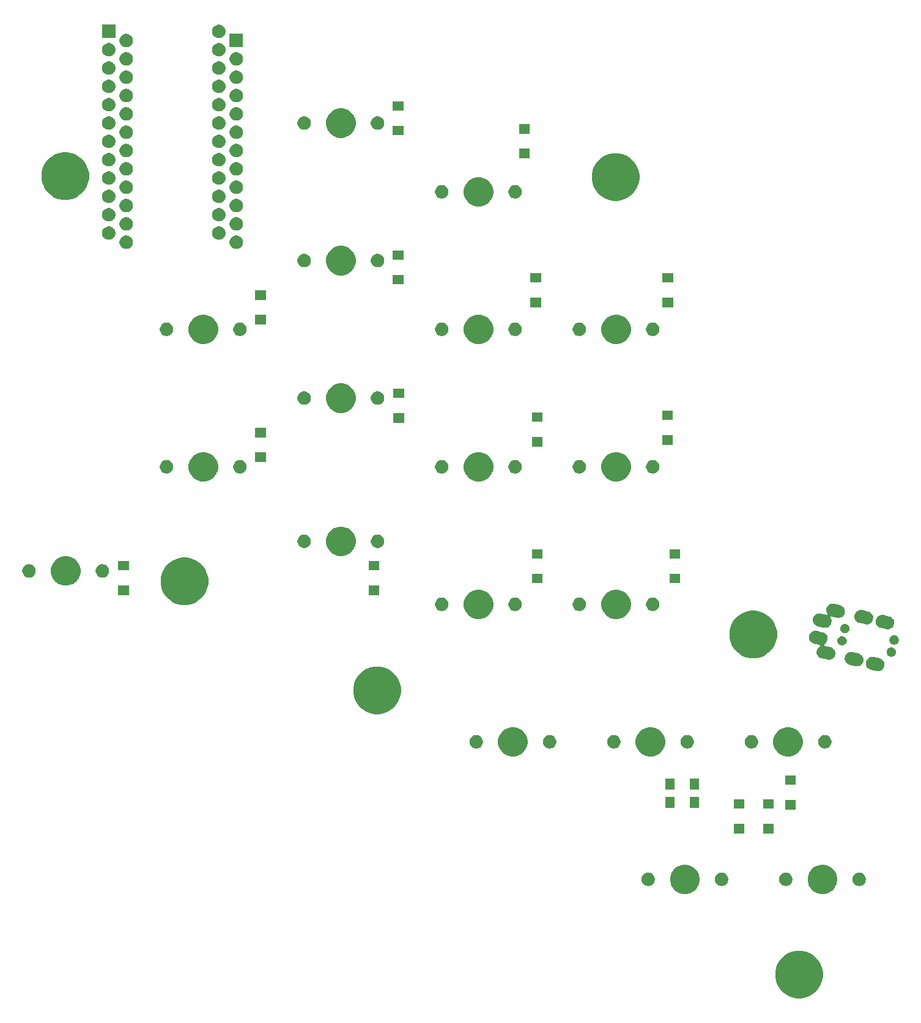
<source format=gts>
G04 #@! TF.GenerationSoftware,KiCad,Pcbnew,(5.1.4-0)*
G04 #@! TF.CreationDate,2021-03-11T22:57:55-05:00*
G04 #@! TF.ProjectId,mxnatee,6d786e61-7465-4652-9e6b-696361645f70,rev?*
G04 #@! TF.SameCoordinates,Original*
G04 #@! TF.FileFunction,Soldermask,Top*
G04 #@! TF.FilePolarity,Negative*
%FSLAX46Y46*%
G04 Gerber Fmt 4.6, Leading zero omitted, Abs format (unit mm)*
G04 Created by KiCad (PCBNEW (5.1.4-0)) date 2021-03-11 22:57:55*
%MOMM*%
%LPD*%
G04 APERTURE LIST*
%ADD10C,0.100000*%
G04 APERTURE END LIST*
D10*
G36*
X130121865Y-142367855D02*
G01*
X130722608Y-142616691D01*
X130722610Y-142616692D01*
X131263265Y-142977946D01*
X131723054Y-143437735D01*
X132084308Y-143978390D01*
X132084309Y-143978392D01*
X132333145Y-144579135D01*
X132460000Y-145216879D01*
X132460000Y-145867121D01*
X132333145Y-146504865D01*
X132084309Y-147105608D01*
X132084308Y-147105610D01*
X131723054Y-147646265D01*
X131263265Y-148106054D01*
X130722610Y-148467308D01*
X130722609Y-148467309D01*
X130722608Y-148467309D01*
X130121865Y-148716145D01*
X129484121Y-148843000D01*
X128833879Y-148843000D01*
X128196135Y-148716145D01*
X127595392Y-148467309D01*
X127595391Y-148467309D01*
X127595390Y-148467308D01*
X127054735Y-148106054D01*
X126594946Y-147646265D01*
X126233692Y-147105610D01*
X126233691Y-147105608D01*
X125984855Y-146504865D01*
X125858000Y-145867121D01*
X125858000Y-145216879D01*
X125984855Y-144579135D01*
X126233691Y-143978392D01*
X126233692Y-143978390D01*
X126594946Y-143437735D01*
X127054735Y-142977946D01*
X127595390Y-142616692D01*
X127595392Y-142616691D01*
X128196135Y-142367855D01*
X128833879Y-142241000D01*
X129484121Y-142241000D01*
X130121865Y-142367855D01*
X130121865Y-142367855D01*
G37*
G36*
X132993974Y-130399434D02*
G01*
X133211974Y-130489733D01*
X133366123Y-130553583D01*
X133701048Y-130777373D01*
X133985877Y-131062202D01*
X134209667Y-131397127D01*
X134242062Y-131475336D01*
X134363816Y-131769276D01*
X134442400Y-132164344D01*
X134442400Y-132567156D01*
X134363816Y-132962224D01*
X134312951Y-133085022D01*
X134209667Y-133334373D01*
X133985877Y-133669298D01*
X133701048Y-133954127D01*
X133366123Y-134177917D01*
X133211974Y-134241767D01*
X132993974Y-134332066D01*
X132598906Y-134410650D01*
X132196094Y-134410650D01*
X131801026Y-134332066D01*
X131583026Y-134241767D01*
X131428877Y-134177917D01*
X131093952Y-133954127D01*
X130809123Y-133669298D01*
X130585333Y-133334373D01*
X130482049Y-133085022D01*
X130431184Y-132962224D01*
X130352600Y-132567156D01*
X130352600Y-132164344D01*
X130431184Y-131769276D01*
X130552938Y-131475336D01*
X130585333Y-131397127D01*
X130809123Y-131062202D01*
X131093952Y-130777373D01*
X131428877Y-130553583D01*
X131583026Y-130489733D01*
X131801026Y-130399434D01*
X132196094Y-130320850D01*
X132598906Y-130320850D01*
X132993974Y-130399434D01*
X132993974Y-130399434D01*
G37*
G36*
X113943974Y-130399434D02*
G01*
X114161974Y-130489733D01*
X114316123Y-130553583D01*
X114651048Y-130777373D01*
X114935877Y-131062202D01*
X115159667Y-131397127D01*
X115192062Y-131475336D01*
X115313816Y-131769276D01*
X115392400Y-132164344D01*
X115392400Y-132567156D01*
X115313816Y-132962224D01*
X115262951Y-133085022D01*
X115159667Y-133334373D01*
X114935877Y-133669298D01*
X114651048Y-133954127D01*
X114316123Y-134177917D01*
X114161974Y-134241767D01*
X113943974Y-134332066D01*
X113548906Y-134410650D01*
X113146094Y-134410650D01*
X112751026Y-134332066D01*
X112533026Y-134241767D01*
X112378877Y-134177917D01*
X112043952Y-133954127D01*
X111759123Y-133669298D01*
X111535333Y-133334373D01*
X111432049Y-133085022D01*
X111381184Y-132962224D01*
X111302600Y-132567156D01*
X111302600Y-132164344D01*
X111381184Y-131769276D01*
X111502938Y-131475336D01*
X111535333Y-131397127D01*
X111759123Y-131062202D01*
X112043952Y-130777373D01*
X112378877Y-130553583D01*
X112533026Y-130489733D01*
X112751026Y-130399434D01*
X113146094Y-130320850D01*
X113548906Y-130320850D01*
X113943974Y-130399434D01*
X113943974Y-130399434D01*
G37*
G36*
X137747604Y-131475335D02*
G01*
X137916126Y-131545139D01*
X138067791Y-131646478D01*
X138196772Y-131775459D01*
X138298111Y-131927124D01*
X138367915Y-132095646D01*
X138403500Y-132274547D01*
X138403500Y-132456953D01*
X138367915Y-132635854D01*
X138298111Y-132804376D01*
X138196772Y-132956041D01*
X138067791Y-133085022D01*
X137916126Y-133186361D01*
X137747604Y-133256165D01*
X137568703Y-133291750D01*
X137386297Y-133291750D01*
X137207396Y-133256165D01*
X137038874Y-133186361D01*
X136887209Y-133085022D01*
X136758228Y-132956041D01*
X136656889Y-132804376D01*
X136587085Y-132635854D01*
X136551500Y-132456953D01*
X136551500Y-132274547D01*
X136587085Y-132095646D01*
X136656889Y-131927124D01*
X136758228Y-131775459D01*
X136887209Y-131646478D01*
X137038874Y-131545139D01*
X137207396Y-131475335D01*
X137386297Y-131439750D01*
X137568703Y-131439750D01*
X137747604Y-131475335D01*
X137747604Y-131475335D01*
G37*
G36*
X127587604Y-131475335D02*
G01*
X127756126Y-131545139D01*
X127907791Y-131646478D01*
X128036772Y-131775459D01*
X128138111Y-131927124D01*
X128207915Y-132095646D01*
X128243500Y-132274547D01*
X128243500Y-132456953D01*
X128207915Y-132635854D01*
X128138111Y-132804376D01*
X128036772Y-132956041D01*
X127907791Y-133085022D01*
X127756126Y-133186361D01*
X127587604Y-133256165D01*
X127408703Y-133291750D01*
X127226297Y-133291750D01*
X127047396Y-133256165D01*
X126878874Y-133186361D01*
X126727209Y-133085022D01*
X126598228Y-132956041D01*
X126496889Y-132804376D01*
X126427085Y-132635854D01*
X126391500Y-132456953D01*
X126391500Y-132274547D01*
X126427085Y-132095646D01*
X126496889Y-131927124D01*
X126598228Y-131775459D01*
X126727209Y-131646478D01*
X126878874Y-131545139D01*
X127047396Y-131475335D01*
X127226297Y-131439750D01*
X127408703Y-131439750D01*
X127587604Y-131475335D01*
X127587604Y-131475335D01*
G37*
G36*
X118697604Y-131475335D02*
G01*
X118866126Y-131545139D01*
X119017791Y-131646478D01*
X119146772Y-131775459D01*
X119248111Y-131927124D01*
X119317915Y-132095646D01*
X119353500Y-132274547D01*
X119353500Y-132456953D01*
X119317915Y-132635854D01*
X119248111Y-132804376D01*
X119146772Y-132956041D01*
X119017791Y-133085022D01*
X118866126Y-133186361D01*
X118697604Y-133256165D01*
X118518703Y-133291750D01*
X118336297Y-133291750D01*
X118157396Y-133256165D01*
X117988874Y-133186361D01*
X117837209Y-133085022D01*
X117708228Y-132956041D01*
X117606889Y-132804376D01*
X117537085Y-132635854D01*
X117501500Y-132456953D01*
X117501500Y-132274547D01*
X117537085Y-132095646D01*
X117606889Y-131927124D01*
X117708228Y-131775459D01*
X117837209Y-131646478D01*
X117988874Y-131545139D01*
X118157396Y-131475335D01*
X118336297Y-131439750D01*
X118518703Y-131439750D01*
X118697604Y-131475335D01*
X118697604Y-131475335D01*
G37*
G36*
X108537604Y-131475335D02*
G01*
X108706126Y-131545139D01*
X108857791Y-131646478D01*
X108986772Y-131775459D01*
X109088111Y-131927124D01*
X109157915Y-132095646D01*
X109193500Y-132274547D01*
X109193500Y-132456953D01*
X109157915Y-132635854D01*
X109088111Y-132804376D01*
X108986772Y-132956041D01*
X108857791Y-133085022D01*
X108706126Y-133186361D01*
X108537604Y-133256165D01*
X108358703Y-133291750D01*
X108176297Y-133291750D01*
X107997396Y-133256165D01*
X107828874Y-133186361D01*
X107677209Y-133085022D01*
X107548228Y-132956041D01*
X107446889Y-132804376D01*
X107377085Y-132635854D01*
X107341500Y-132456953D01*
X107341500Y-132274547D01*
X107377085Y-132095646D01*
X107446889Y-131927124D01*
X107548228Y-131775459D01*
X107677209Y-131646478D01*
X107828874Y-131545139D01*
X107997396Y-131475335D01*
X108176297Y-131439750D01*
X108358703Y-131439750D01*
X108537604Y-131475335D01*
X108537604Y-131475335D01*
G37*
G36*
X125655500Y-125985500D02*
G01*
X124153500Y-125985500D01*
X124153500Y-124683500D01*
X125655500Y-124683500D01*
X125655500Y-125985500D01*
X125655500Y-125985500D01*
G37*
G36*
X121591500Y-125985500D02*
G01*
X120089500Y-125985500D01*
X120089500Y-124683500D01*
X121591500Y-124683500D01*
X121591500Y-125985500D01*
X121591500Y-125985500D01*
G37*
G36*
X128703500Y-122683500D02*
G01*
X127201500Y-122683500D01*
X127201500Y-121381500D01*
X128703500Y-121381500D01*
X128703500Y-122683500D01*
X128703500Y-122683500D01*
G37*
G36*
X121591500Y-122585500D02*
G01*
X120089500Y-122585500D01*
X120089500Y-121283500D01*
X121591500Y-121283500D01*
X121591500Y-122585500D01*
X121591500Y-122585500D01*
G37*
G36*
X125655500Y-122585500D02*
G01*
X124153500Y-122585500D01*
X124153500Y-121283500D01*
X125655500Y-121283500D01*
X125655500Y-122585500D01*
X125655500Y-122585500D01*
G37*
G36*
X115317500Y-122480500D02*
G01*
X114015500Y-122480500D01*
X114015500Y-120978500D01*
X115317500Y-120978500D01*
X115317500Y-122480500D01*
X115317500Y-122480500D01*
G37*
G36*
X111917500Y-122480500D02*
G01*
X110615500Y-122480500D01*
X110615500Y-120978500D01*
X111917500Y-120978500D01*
X111917500Y-122480500D01*
X111917500Y-122480500D01*
G37*
G36*
X115317500Y-119940500D02*
G01*
X114015500Y-119940500D01*
X114015500Y-118438500D01*
X115317500Y-118438500D01*
X115317500Y-119940500D01*
X115317500Y-119940500D01*
G37*
G36*
X111917500Y-119940500D02*
G01*
X110615500Y-119940500D01*
X110615500Y-118438500D01*
X111917500Y-118438500D01*
X111917500Y-119940500D01*
X111917500Y-119940500D01*
G37*
G36*
X128703500Y-119283500D02*
G01*
X127201500Y-119283500D01*
X127201500Y-117981500D01*
X128703500Y-117981500D01*
X128703500Y-119283500D01*
X128703500Y-119283500D01*
G37*
G36*
X90131474Y-111349434D02*
G01*
X90349474Y-111439733D01*
X90503623Y-111503583D01*
X90838548Y-111727373D01*
X91123377Y-112012202D01*
X91347167Y-112347127D01*
X91379562Y-112425336D01*
X91501316Y-112719276D01*
X91579900Y-113114344D01*
X91579900Y-113517156D01*
X91501316Y-113912224D01*
X91450451Y-114035022D01*
X91347167Y-114284373D01*
X91123377Y-114619298D01*
X90838548Y-114904127D01*
X90503623Y-115127917D01*
X90349474Y-115191767D01*
X90131474Y-115282066D01*
X89736406Y-115360650D01*
X89333594Y-115360650D01*
X88938526Y-115282066D01*
X88720526Y-115191767D01*
X88566377Y-115127917D01*
X88231452Y-114904127D01*
X87946623Y-114619298D01*
X87722833Y-114284373D01*
X87619549Y-114035022D01*
X87568684Y-113912224D01*
X87490100Y-113517156D01*
X87490100Y-113114344D01*
X87568684Y-112719276D01*
X87690438Y-112425336D01*
X87722833Y-112347127D01*
X87946623Y-112012202D01*
X88231452Y-111727373D01*
X88566377Y-111503583D01*
X88720526Y-111439733D01*
X88938526Y-111349434D01*
X89333594Y-111270850D01*
X89736406Y-111270850D01*
X90131474Y-111349434D01*
X90131474Y-111349434D01*
G37*
G36*
X109181474Y-111349434D02*
G01*
X109399474Y-111439733D01*
X109553623Y-111503583D01*
X109888548Y-111727373D01*
X110173377Y-112012202D01*
X110397167Y-112347127D01*
X110429562Y-112425336D01*
X110551316Y-112719276D01*
X110629900Y-113114344D01*
X110629900Y-113517156D01*
X110551316Y-113912224D01*
X110500451Y-114035022D01*
X110397167Y-114284373D01*
X110173377Y-114619298D01*
X109888548Y-114904127D01*
X109553623Y-115127917D01*
X109399474Y-115191767D01*
X109181474Y-115282066D01*
X108786406Y-115360650D01*
X108383594Y-115360650D01*
X107988526Y-115282066D01*
X107770526Y-115191767D01*
X107616377Y-115127917D01*
X107281452Y-114904127D01*
X106996623Y-114619298D01*
X106772833Y-114284373D01*
X106669549Y-114035022D01*
X106618684Y-113912224D01*
X106540100Y-113517156D01*
X106540100Y-113114344D01*
X106618684Y-112719276D01*
X106740438Y-112425336D01*
X106772833Y-112347127D01*
X106996623Y-112012202D01*
X107281452Y-111727373D01*
X107616377Y-111503583D01*
X107770526Y-111439733D01*
X107988526Y-111349434D01*
X108383594Y-111270850D01*
X108786406Y-111270850D01*
X109181474Y-111349434D01*
X109181474Y-111349434D01*
G37*
G36*
X128231474Y-111349434D02*
G01*
X128449474Y-111439733D01*
X128603623Y-111503583D01*
X128938548Y-111727373D01*
X129223377Y-112012202D01*
X129447167Y-112347127D01*
X129479562Y-112425336D01*
X129601316Y-112719276D01*
X129679900Y-113114344D01*
X129679900Y-113517156D01*
X129601316Y-113912224D01*
X129550451Y-114035022D01*
X129447167Y-114284373D01*
X129223377Y-114619298D01*
X128938548Y-114904127D01*
X128603623Y-115127917D01*
X128449474Y-115191767D01*
X128231474Y-115282066D01*
X127836406Y-115360650D01*
X127433594Y-115360650D01*
X127038526Y-115282066D01*
X126820526Y-115191767D01*
X126666377Y-115127917D01*
X126331452Y-114904127D01*
X126046623Y-114619298D01*
X125822833Y-114284373D01*
X125719549Y-114035022D01*
X125668684Y-113912224D01*
X125590100Y-113517156D01*
X125590100Y-113114344D01*
X125668684Y-112719276D01*
X125790438Y-112425336D01*
X125822833Y-112347127D01*
X126046623Y-112012202D01*
X126331452Y-111727373D01*
X126666377Y-111503583D01*
X126820526Y-111439733D01*
X127038526Y-111349434D01*
X127433594Y-111270850D01*
X127836406Y-111270850D01*
X128231474Y-111349434D01*
X128231474Y-111349434D01*
G37*
G36*
X132985104Y-112425335D02*
G01*
X133153626Y-112495139D01*
X133305291Y-112596478D01*
X133434272Y-112725459D01*
X133535611Y-112877124D01*
X133605415Y-113045646D01*
X133641000Y-113224547D01*
X133641000Y-113406953D01*
X133605415Y-113585854D01*
X133535611Y-113754376D01*
X133434272Y-113906041D01*
X133305291Y-114035022D01*
X133153626Y-114136361D01*
X132985104Y-114206165D01*
X132806203Y-114241750D01*
X132623797Y-114241750D01*
X132444896Y-114206165D01*
X132276374Y-114136361D01*
X132124709Y-114035022D01*
X131995728Y-113906041D01*
X131894389Y-113754376D01*
X131824585Y-113585854D01*
X131789000Y-113406953D01*
X131789000Y-113224547D01*
X131824585Y-113045646D01*
X131894389Y-112877124D01*
X131995728Y-112725459D01*
X132124709Y-112596478D01*
X132276374Y-112495139D01*
X132444896Y-112425335D01*
X132623797Y-112389750D01*
X132806203Y-112389750D01*
X132985104Y-112425335D01*
X132985104Y-112425335D01*
G37*
G36*
X122825104Y-112425335D02*
G01*
X122993626Y-112495139D01*
X123145291Y-112596478D01*
X123274272Y-112725459D01*
X123375611Y-112877124D01*
X123445415Y-113045646D01*
X123481000Y-113224547D01*
X123481000Y-113406953D01*
X123445415Y-113585854D01*
X123375611Y-113754376D01*
X123274272Y-113906041D01*
X123145291Y-114035022D01*
X122993626Y-114136361D01*
X122825104Y-114206165D01*
X122646203Y-114241750D01*
X122463797Y-114241750D01*
X122284896Y-114206165D01*
X122116374Y-114136361D01*
X121964709Y-114035022D01*
X121835728Y-113906041D01*
X121734389Y-113754376D01*
X121664585Y-113585854D01*
X121629000Y-113406953D01*
X121629000Y-113224547D01*
X121664585Y-113045646D01*
X121734389Y-112877124D01*
X121835728Y-112725459D01*
X121964709Y-112596478D01*
X122116374Y-112495139D01*
X122284896Y-112425335D01*
X122463797Y-112389750D01*
X122646203Y-112389750D01*
X122825104Y-112425335D01*
X122825104Y-112425335D01*
G37*
G36*
X113935104Y-112425335D02*
G01*
X114103626Y-112495139D01*
X114255291Y-112596478D01*
X114384272Y-112725459D01*
X114485611Y-112877124D01*
X114555415Y-113045646D01*
X114591000Y-113224547D01*
X114591000Y-113406953D01*
X114555415Y-113585854D01*
X114485611Y-113754376D01*
X114384272Y-113906041D01*
X114255291Y-114035022D01*
X114103626Y-114136361D01*
X113935104Y-114206165D01*
X113756203Y-114241750D01*
X113573797Y-114241750D01*
X113394896Y-114206165D01*
X113226374Y-114136361D01*
X113074709Y-114035022D01*
X112945728Y-113906041D01*
X112844389Y-113754376D01*
X112774585Y-113585854D01*
X112739000Y-113406953D01*
X112739000Y-113224547D01*
X112774585Y-113045646D01*
X112844389Y-112877124D01*
X112945728Y-112725459D01*
X113074709Y-112596478D01*
X113226374Y-112495139D01*
X113394896Y-112425335D01*
X113573797Y-112389750D01*
X113756203Y-112389750D01*
X113935104Y-112425335D01*
X113935104Y-112425335D01*
G37*
G36*
X103775104Y-112425335D02*
G01*
X103943626Y-112495139D01*
X104095291Y-112596478D01*
X104224272Y-112725459D01*
X104325611Y-112877124D01*
X104395415Y-113045646D01*
X104431000Y-113224547D01*
X104431000Y-113406953D01*
X104395415Y-113585854D01*
X104325611Y-113754376D01*
X104224272Y-113906041D01*
X104095291Y-114035022D01*
X103943626Y-114136361D01*
X103775104Y-114206165D01*
X103596203Y-114241750D01*
X103413797Y-114241750D01*
X103234896Y-114206165D01*
X103066374Y-114136361D01*
X102914709Y-114035022D01*
X102785728Y-113906041D01*
X102684389Y-113754376D01*
X102614585Y-113585854D01*
X102579000Y-113406953D01*
X102579000Y-113224547D01*
X102614585Y-113045646D01*
X102684389Y-112877124D01*
X102785728Y-112725459D01*
X102914709Y-112596478D01*
X103066374Y-112495139D01*
X103234896Y-112425335D01*
X103413797Y-112389750D01*
X103596203Y-112389750D01*
X103775104Y-112425335D01*
X103775104Y-112425335D01*
G37*
G36*
X94885104Y-112425335D02*
G01*
X95053626Y-112495139D01*
X95205291Y-112596478D01*
X95334272Y-112725459D01*
X95435611Y-112877124D01*
X95505415Y-113045646D01*
X95541000Y-113224547D01*
X95541000Y-113406953D01*
X95505415Y-113585854D01*
X95435611Y-113754376D01*
X95334272Y-113906041D01*
X95205291Y-114035022D01*
X95053626Y-114136361D01*
X94885104Y-114206165D01*
X94706203Y-114241750D01*
X94523797Y-114241750D01*
X94344896Y-114206165D01*
X94176374Y-114136361D01*
X94024709Y-114035022D01*
X93895728Y-113906041D01*
X93794389Y-113754376D01*
X93724585Y-113585854D01*
X93689000Y-113406953D01*
X93689000Y-113224547D01*
X93724585Y-113045646D01*
X93794389Y-112877124D01*
X93895728Y-112725459D01*
X94024709Y-112596478D01*
X94176374Y-112495139D01*
X94344896Y-112425335D01*
X94523797Y-112389750D01*
X94706203Y-112389750D01*
X94885104Y-112425335D01*
X94885104Y-112425335D01*
G37*
G36*
X84725104Y-112425335D02*
G01*
X84893626Y-112495139D01*
X85045291Y-112596478D01*
X85174272Y-112725459D01*
X85275611Y-112877124D01*
X85345415Y-113045646D01*
X85381000Y-113224547D01*
X85381000Y-113406953D01*
X85345415Y-113585854D01*
X85275611Y-113754376D01*
X85174272Y-113906041D01*
X85045291Y-114035022D01*
X84893626Y-114136361D01*
X84725104Y-114206165D01*
X84546203Y-114241750D01*
X84363797Y-114241750D01*
X84184896Y-114206165D01*
X84016374Y-114136361D01*
X83864709Y-114035022D01*
X83735728Y-113906041D01*
X83634389Y-113754376D01*
X83564585Y-113585854D01*
X83529000Y-113406953D01*
X83529000Y-113224547D01*
X83564585Y-113045646D01*
X83634389Y-112877124D01*
X83735728Y-112725459D01*
X83864709Y-112596478D01*
X84016374Y-112495139D01*
X84184896Y-112425335D01*
X84363797Y-112389750D01*
X84546203Y-112389750D01*
X84725104Y-112425335D01*
X84725104Y-112425335D01*
G37*
G36*
X71701865Y-102997855D02*
G01*
X72302608Y-103246691D01*
X72302610Y-103246692D01*
X72843265Y-103607946D01*
X73303054Y-104067735D01*
X73664308Y-104608390D01*
X73664309Y-104608392D01*
X73913145Y-105209135D01*
X74040000Y-105846879D01*
X74040000Y-106497121D01*
X73913145Y-107134865D01*
X73664309Y-107735608D01*
X73664308Y-107735610D01*
X73303054Y-108276265D01*
X72843265Y-108736054D01*
X72302610Y-109097308D01*
X72302609Y-109097309D01*
X72302608Y-109097309D01*
X71701865Y-109346145D01*
X71064121Y-109473000D01*
X70413879Y-109473000D01*
X69776135Y-109346145D01*
X69175392Y-109097309D01*
X69175391Y-109097309D01*
X69175390Y-109097308D01*
X68634735Y-108736054D01*
X68174946Y-108276265D01*
X67813692Y-107735610D01*
X67813691Y-107735608D01*
X67564855Y-107134865D01*
X67438000Y-106497121D01*
X67438000Y-105846879D01*
X67564855Y-105209135D01*
X67813691Y-104608392D01*
X67813692Y-104608390D01*
X68174946Y-104067735D01*
X68634735Y-103607946D01*
X69175390Y-103246692D01*
X69175392Y-103246691D01*
X69776135Y-102997855D01*
X70413879Y-102871000D01*
X71064121Y-102871000D01*
X71701865Y-102997855D01*
X71701865Y-102997855D01*
G37*
G36*
X139464990Y-101544996D02*
G01*
X140330728Y-101744866D01*
X140361173Y-101755127D01*
X140456777Y-101787347D01*
X140458852Y-101788539D01*
X140610674Y-101875751D01*
X140646953Y-101907428D01*
X140744367Y-101992483D01*
X140810874Y-102078767D01*
X140852718Y-102133053D01*
X140931562Y-102292056D01*
X140977873Y-102463393D01*
X140985926Y-102582282D01*
X140989867Y-102640466D01*
X140967085Y-102816479D01*
X140910402Y-102984666D01*
X140902825Y-102997856D01*
X140821996Y-103138565D01*
X140763632Y-103205409D01*
X140705266Y-103272256D01*
X140634981Y-103326431D01*
X140564696Y-103380607D01*
X140405693Y-103459451D01*
X140234355Y-103505762D01*
X140149430Y-103511514D01*
X140057282Y-103517756D01*
X139925373Y-103500682D01*
X139059634Y-103300811D01*
X139059631Y-103300810D01*
X138933587Y-103258331D01*
X138779690Y-103169926D01*
X138779688Y-103169925D01*
X138645999Y-103053196D01*
X138537649Y-102912629D01*
X138503074Y-102842902D01*
X138458802Y-102753621D01*
X138412492Y-102582287D01*
X138412492Y-102582285D01*
X138412491Y-102582282D01*
X138404460Y-102463709D01*
X138400497Y-102405212D01*
X138423280Y-102229199D01*
X138479962Y-102061012D01*
X138568367Y-101907115D01*
X138568368Y-101907113D01*
X138685097Y-101773424D01*
X138825664Y-101665074D01*
X138856936Y-101649567D01*
X138984672Y-101586227D01*
X139156006Y-101539917D01*
X139156008Y-101539917D01*
X139156011Y-101539916D01*
X139232753Y-101534718D01*
X139333081Y-101527922D01*
X139464990Y-101544996D01*
X139464990Y-101544996D01*
G37*
G36*
X136541879Y-100870142D02*
G01*
X137407617Y-101070012D01*
X137438062Y-101080273D01*
X137533666Y-101112493D01*
X137533670Y-101112495D01*
X137533669Y-101112495D01*
X137687563Y-101200897D01*
X137764122Y-101267743D01*
X137821256Y-101317629D01*
X137892461Y-101410008D01*
X137929607Y-101458199D01*
X138008451Y-101617202D01*
X138054762Y-101788539D01*
X138065231Y-101943097D01*
X138066756Y-101965612D01*
X138043974Y-102141625D01*
X137987291Y-102309812D01*
X137947925Y-102378341D01*
X137898885Y-102463711D01*
X137840521Y-102530555D01*
X137782155Y-102597402D01*
X137726285Y-102640466D01*
X137641585Y-102705753D01*
X137482582Y-102784597D01*
X137311244Y-102830908D01*
X137226319Y-102836660D01*
X137134171Y-102842902D01*
X137002262Y-102825828D01*
X136961767Y-102816479D01*
X136136523Y-102625957D01*
X136136520Y-102625956D01*
X136010476Y-102583477D01*
X135856579Y-102495072D01*
X135856577Y-102495071D01*
X135722888Y-102378342D01*
X135614538Y-102237775D01*
X135599031Y-102206503D01*
X135535691Y-102078767D01*
X135489381Y-101907433D01*
X135489381Y-101907431D01*
X135489380Y-101907428D01*
X135482507Y-101805949D01*
X135477386Y-101730358D01*
X135500169Y-101554345D01*
X135556851Y-101386158D01*
X135645256Y-101232261D01*
X135645257Y-101232259D01*
X135761986Y-101098570D01*
X135902553Y-100990220D01*
X135933825Y-100974713D01*
X136061561Y-100911373D01*
X136232895Y-100865063D01*
X136232897Y-100865063D01*
X136232900Y-100865062D01*
X136309642Y-100859864D01*
X136409970Y-100853068D01*
X136541879Y-100870142D01*
X136541879Y-100870142D01*
G37*
G36*
X131576508Y-97927764D02*
G01*
X132442246Y-98127634D01*
X132472691Y-98137895D01*
X132568295Y-98170115D01*
X132601649Y-98189275D01*
X132722192Y-98258519D01*
X132798751Y-98325365D01*
X132855885Y-98375251D01*
X132947207Y-98493729D01*
X132964236Y-98515821D01*
X133043080Y-98674824D01*
X133089391Y-98846161D01*
X133097444Y-98965050D01*
X133101385Y-99023234D01*
X133078603Y-99199247D01*
X133021920Y-99367434D01*
X133010183Y-99387866D01*
X132933514Y-99521333D01*
X132875149Y-99588178D01*
X132816784Y-99655024D01*
X132744742Y-99710553D01*
X132671585Y-99766943D01*
X132653737Y-99783733D01*
X132639507Y-99803682D01*
X132629443Y-99826024D01*
X132623931Y-99849900D01*
X132623183Y-99874393D01*
X132627227Y-99898561D01*
X132635909Y-99921475D01*
X132648894Y-99942256D01*
X132665684Y-99960104D01*
X132685633Y-99974334D01*
X132719777Y-99987740D01*
X133510137Y-100170208D01*
X133540582Y-100180469D01*
X133636186Y-100212689D01*
X133636190Y-100212691D01*
X133636189Y-100212691D01*
X133790083Y-100301093D01*
X133866642Y-100367940D01*
X133923776Y-100417825D01*
X134009673Y-100529264D01*
X134032127Y-100558395D01*
X134110971Y-100717398D01*
X134157282Y-100888735D01*
X134164077Y-100989054D01*
X134169276Y-101065808D01*
X134146494Y-101241821D01*
X134089811Y-101410008D01*
X134062128Y-101458199D01*
X134001405Y-101563907D01*
X133970638Y-101599144D01*
X133884675Y-101697598D01*
X133842170Y-101730360D01*
X133744105Y-101805949D01*
X133585102Y-101884793D01*
X133413764Y-101931104D01*
X133328839Y-101936856D01*
X133236691Y-101943098D01*
X133104782Y-101926024D01*
X133022869Y-101907113D01*
X132239043Y-101726153D01*
X132238589Y-101726000D01*
X132112996Y-101683673D01*
X131959099Y-101595268D01*
X131959097Y-101595267D01*
X131825408Y-101478538D01*
X131717058Y-101337971D01*
X131701551Y-101306699D01*
X131638211Y-101178963D01*
X131591901Y-101007629D01*
X131591901Y-101007627D01*
X131591900Y-101007624D01*
X131585381Y-100911373D01*
X131579906Y-100830554D01*
X131602689Y-100654541D01*
X131659371Y-100486354D01*
X131747776Y-100332457D01*
X131747777Y-100332455D01*
X131864506Y-100198766D01*
X132009705Y-100086845D01*
X132027553Y-100070055D01*
X132041783Y-100050106D01*
X132051847Y-100027764D01*
X132057359Y-100003887D01*
X132058107Y-99979395D01*
X132054063Y-99955227D01*
X132045381Y-99932312D01*
X132032396Y-99911532D01*
X132015606Y-99893684D01*
X131995657Y-99879454D01*
X131961513Y-99866048D01*
X131171152Y-99683579D01*
X131166737Y-99682091D01*
X131045105Y-99641099D01*
X130891208Y-99552694D01*
X130891206Y-99552693D01*
X130757517Y-99435964D01*
X130649167Y-99295397D01*
X130621968Y-99240545D01*
X130570320Y-99136389D01*
X130524010Y-98965055D01*
X130524010Y-98965053D01*
X130524009Y-98965050D01*
X130517440Y-98868062D01*
X130512015Y-98787980D01*
X130534798Y-98611967D01*
X130591480Y-98443780D01*
X130679885Y-98289883D01*
X130679886Y-98289881D01*
X130796615Y-98156192D01*
X130937182Y-98047842D01*
X130968454Y-98032335D01*
X131096190Y-97968995D01*
X131267524Y-97922685D01*
X131267526Y-97922685D01*
X131267529Y-97922684D01*
X131344271Y-97917486D01*
X131444599Y-97910690D01*
X131576508Y-97927764D01*
X131576508Y-97927764D01*
G37*
G36*
X123771865Y-95250855D02*
G01*
X124238928Y-95444319D01*
X124372610Y-95499692D01*
X124913265Y-95860946D01*
X125373054Y-96320735D01*
X125721996Y-96842964D01*
X125734309Y-96861392D01*
X125983145Y-97462135D01*
X126110000Y-98099879D01*
X126110000Y-98750121D01*
X125983145Y-99387865D01*
X125734309Y-99988608D01*
X125734308Y-99988610D01*
X125373054Y-100529265D01*
X124913265Y-100989054D01*
X124372610Y-101350308D01*
X124372609Y-101350309D01*
X124372608Y-101350309D01*
X123771865Y-101599145D01*
X123134121Y-101726000D01*
X122483879Y-101726000D01*
X121846135Y-101599145D01*
X121245392Y-101350309D01*
X121245391Y-101350309D01*
X121245390Y-101350308D01*
X120704735Y-100989054D01*
X120244946Y-100529265D01*
X119883692Y-99988610D01*
X119883691Y-99988608D01*
X119634855Y-99387865D01*
X119508000Y-98750121D01*
X119508000Y-98099879D01*
X119634855Y-97462135D01*
X119883691Y-96861392D01*
X119896004Y-96842964D01*
X120244946Y-96320735D01*
X120704735Y-95860946D01*
X121245390Y-95499692D01*
X121379072Y-95444319D01*
X121846135Y-95250855D01*
X122483879Y-95124000D01*
X123134121Y-95124000D01*
X123771865Y-95250855D01*
X123771865Y-95250855D01*
G37*
G36*
X142111335Y-100255590D02*
G01*
X142221191Y-100301094D01*
X142229809Y-100304664D01*
X142336433Y-100375908D01*
X142427110Y-100466585D01*
X142488456Y-100558395D01*
X142498355Y-100573211D01*
X142547428Y-100691683D01*
X142572445Y-100817454D01*
X142572445Y-100945692D01*
X142547428Y-101071463D01*
X142502901Y-101178961D01*
X142498354Y-101189937D01*
X142427110Y-101296561D01*
X142336433Y-101387238D01*
X142229809Y-101458482D01*
X142229808Y-101458483D01*
X142229807Y-101458483D01*
X142111335Y-101507556D01*
X141985564Y-101532573D01*
X141857326Y-101532573D01*
X141731555Y-101507556D01*
X141613083Y-101458483D01*
X141613082Y-101458483D01*
X141613081Y-101458482D01*
X141506457Y-101387238D01*
X141415780Y-101296561D01*
X141344536Y-101189937D01*
X141339990Y-101178961D01*
X141295462Y-101071463D01*
X141270445Y-100945692D01*
X141270445Y-100817454D01*
X141295462Y-100691683D01*
X141344535Y-100573211D01*
X141354435Y-100558395D01*
X141415780Y-100466585D01*
X141506457Y-100375908D01*
X141613081Y-100304664D01*
X141621700Y-100301094D01*
X141731555Y-100255590D01*
X141857326Y-100230573D01*
X141985564Y-100230573D01*
X142111335Y-100255590D01*
X142111335Y-100255590D01*
G37*
G36*
X135290744Y-98680933D02*
G01*
X135409218Y-98730007D01*
X135515842Y-98801251D01*
X135606519Y-98891928D01*
X135655378Y-98965050D01*
X135677764Y-98998554D01*
X135726837Y-99117026D01*
X135751854Y-99242797D01*
X135751854Y-99371035D01*
X135726837Y-99496806D01*
X135716678Y-99521333D01*
X135677763Y-99615280D01*
X135606519Y-99721904D01*
X135515842Y-99812581D01*
X135409218Y-99883825D01*
X135409217Y-99883826D01*
X135409216Y-99883826D01*
X135290744Y-99932899D01*
X135164973Y-99957916D01*
X135036735Y-99957916D01*
X134910964Y-99932899D01*
X134792492Y-99883826D01*
X134792491Y-99883826D01*
X134792490Y-99883825D01*
X134685866Y-99812581D01*
X134595189Y-99721904D01*
X134523945Y-99615280D01*
X134485031Y-99521333D01*
X134474871Y-99496806D01*
X134449854Y-99371035D01*
X134449854Y-99242797D01*
X134474871Y-99117026D01*
X134523944Y-98998554D01*
X134546331Y-98965050D01*
X134595189Y-98891928D01*
X134685866Y-98801251D01*
X134792490Y-98730007D01*
X134910964Y-98680933D01*
X135036735Y-98655916D01*
X135164973Y-98655916D01*
X135290744Y-98680933D01*
X135290744Y-98680933D01*
G37*
G36*
X142504999Y-98550443D02*
G01*
X142623473Y-98599517D01*
X142730097Y-98670761D01*
X142820774Y-98761438D01*
X142892018Y-98868062D01*
X142941092Y-98986536D01*
X142966109Y-99112308D01*
X142966109Y-99240544D01*
X142941092Y-99366316D01*
X142892018Y-99484790D01*
X142820774Y-99591414D01*
X142730097Y-99682091D01*
X142623473Y-99753335D01*
X142623472Y-99753336D01*
X142623471Y-99753336D01*
X142504999Y-99802409D01*
X142379228Y-99827426D01*
X142250990Y-99827426D01*
X142125219Y-99802409D01*
X142006747Y-99753336D01*
X142006746Y-99753336D01*
X142006745Y-99753335D01*
X141900121Y-99682091D01*
X141809444Y-99591414D01*
X141738200Y-99484790D01*
X141689126Y-99366316D01*
X141664109Y-99240544D01*
X141664109Y-99112308D01*
X141689126Y-98986536D01*
X141738200Y-98868062D01*
X141809444Y-98761438D01*
X141900121Y-98670761D01*
X142006745Y-98599517D01*
X142125219Y-98550443D01*
X142250990Y-98525426D01*
X142379228Y-98525426D01*
X142504999Y-98550443D01*
X142504999Y-98550443D01*
G37*
G36*
X135684409Y-96975785D02*
G01*
X135802883Y-97024859D01*
X135909507Y-97096103D01*
X136000184Y-97186780D01*
X136071429Y-97293406D01*
X136120502Y-97411878D01*
X136145519Y-97537649D01*
X136145519Y-97665887D01*
X136134705Y-97720253D01*
X136120502Y-97791658D01*
X136071428Y-97910132D01*
X136000184Y-98016756D01*
X135909507Y-98107433D01*
X135802883Y-98178677D01*
X135802882Y-98178678D01*
X135802881Y-98178678D01*
X135684409Y-98227751D01*
X135558638Y-98252768D01*
X135430400Y-98252768D01*
X135304629Y-98227751D01*
X135186157Y-98178678D01*
X135186156Y-98178678D01*
X135186155Y-98178677D01*
X135079531Y-98107433D01*
X134988854Y-98016756D01*
X134917610Y-97910132D01*
X134868536Y-97791658D01*
X134854333Y-97720253D01*
X134843519Y-97665887D01*
X134843519Y-97537649D01*
X134868536Y-97411878D01*
X134917609Y-97293406D01*
X134988854Y-97186780D01*
X135079531Y-97096103D01*
X135186155Y-97024859D01*
X135304629Y-96975785D01*
X135430400Y-96950768D01*
X135558638Y-96950768D01*
X135684409Y-96975785D01*
X135684409Y-96975785D01*
G37*
G36*
X140803448Y-95747494D02*
G01*
X141669186Y-95947364D01*
X141699631Y-95957625D01*
X141795235Y-95989845D01*
X141804663Y-95995261D01*
X141949132Y-96078249D01*
X142006709Y-96128522D01*
X142082825Y-96194981D01*
X142149333Y-96281266D01*
X142191176Y-96335551D01*
X142270020Y-96494554D01*
X142316331Y-96665891D01*
X142324384Y-96784780D01*
X142328325Y-96842964D01*
X142305543Y-97018977D01*
X142248860Y-97187164D01*
X142202529Y-97267817D01*
X142160454Y-97341063D01*
X142129804Y-97376166D01*
X142043724Y-97474754D01*
X141993693Y-97513317D01*
X141903154Y-97583105D01*
X141744151Y-97661949D01*
X141572813Y-97708260D01*
X141487888Y-97714012D01*
X141395740Y-97720254D01*
X141263831Y-97703180D01*
X141102297Y-97665887D01*
X140398092Y-97503309D01*
X140377126Y-97496243D01*
X140272045Y-97460829D01*
X140149824Y-97390620D01*
X140118146Y-97372423D01*
X139984457Y-97255694D01*
X139876107Y-97115127D01*
X139843197Y-97048757D01*
X139797260Y-96956119D01*
X139750950Y-96784785D01*
X139750950Y-96784783D01*
X139750949Y-96784780D01*
X139742918Y-96666208D01*
X139738955Y-96607710D01*
X139761738Y-96431697D01*
X139818420Y-96263510D01*
X139906642Y-96109932D01*
X139906826Y-96109611D01*
X140023555Y-95975922D01*
X140164122Y-95867572D01*
X140195394Y-95852065D01*
X140323130Y-95788725D01*
X140494464Y-95742415D01*
X140494466Y-95742415D01*
X140494469Y-95742414D01*
X140571211Y-95737216D01*
X140671539Y-95730420D01*
X140803448Y-95747494D01*
X140803448Y-95747494D01*
G37*
G36*
X133982858Y-94172836D02*
G01*
X134848596Y-94372706D01*
X134879041Y-94382967D01*
X134974645Y-94415187D01*
X134974649Y-94415189D01*
X134974648Y-94415189D01*
X135128542Y-94503591D01*
X135205101Y-94570438D01*
X135262235Y-94620323D01*
X135353557Y-94738801D01*
X135370586Y-94760893D01*
X135449430Y-94919896D01*
X135495741Y-95091233D01*
X135506553Y-95250855D01*
X135507735Y-95268306D01*
X135484953Y-95444319D01*
X135428270Y-95612506D01*
X135388904Y-95681035D01*
X135339864Y-95766405D01*
X135293329Y-95819701D01*
X135223134Y-95900096D01*
X135161810Y-95947364D01*
X135082564Y-96008447D01*
X134923561Y-96087291D01*
X134752223Y-96133602D01*
X134667298Y-96139354D01*
X134575150Y-96145596D01*
X134443241Y-96128522D01*
X134420960Y-96123378D01*
X133652876Y-95946053D01*
X133628574Y-95942907D01*
X133604126Y-95944563D01*
X133580471Y-95950957D01*
X133558518Y-95961843D01*
X133539110Y-95976802D01*
X133522993Y-95995261D01*
X133510788Y-96016509D01*
X133502962Y-96039729D01*
X133499816Y-96064031D01*
X133501472Y-96088479D01*
X133512770Y-96123378D01*
X133594210Y-96287617D01*
X133640521Y-96458954D01*
X133644135Y-96512310D01*
X133652515Y-96636027D01*
X133629733Y-96812040D01*
X133573050Y-96980227D01*
X133542501Y-97033407D01*
X133484644Y-97134126D01*
X133438670Y-97186780D01*
X133367914Y-97267817D01*
X133297630Y-97321991D01*
X133227344Y-97376168D01*
X133068341Y-97455012D01*
X132897003Y-97501323D01*
X132812078Y-97507075D01*
X132719930Y-97513317D01*
X132588021Y-97496243D01*
X132434626Y-97460829D01*
X131722282Y-97296372D01*
X131713475Y-97293404D01*
X131596235Y-97253892D01*
X131442338Y-97165487D01*
X131442336Y-97165486D01*
X131308647Y-97048757D01*
X131200297Y-96908190D01*
X131160760Y-96828456D01*
X131121450Y-96749182D01*
X131075140Y-96577848D01*
X131075140Y-96577846D01*
X131075139Y-96577843D01*
X131069498Y-96494554D01*
X131063145Y-96400773D01*
X131085928Y-96224760D01*
X131142610Y-96056573D01*
X131231015Y-95902676D01*
X131231016Y-95902674D01*
X131347745Y-95768985D01*
X131351095Y-95766403D01*
X131375626Y-95747494D01*
X131488312Y-95660635D01*
X131519584Y-95645128D01*
X131647320Y-95581788D01*
X131818654Y-95535478D01*
X131818656Y-95535478D01*
X131818659Y-95535477D01*
X131895401Y-95530279D01*
X131995729Y-95523483D01*
X132096543Y-95536532D01*
X132127641Y-95540557D01*
X132918005Y-95723026D01*
X132942306Y-95726172D01*
X132966754Y-95724516D01*
X132990409Y-95718122D01*
X133012363Y-95707236D01*
X133031770Y-95692277D01*
X133047887Y-95673818D01*
X133060092Y-95652570D01*
X133067918Y-95629349D01*
X133071064Y-95605048D01*
X133069408Y-95580600D01*
X133058111Y-95545701D01*
X133033043Y-95495145D01*
X132976670Y-95381461D01*
X132930360Y-95210127D01*
X132930360Y-95210125D01*
X132930359Y-95210122D01*
X132923840Y-95113872D01*
X132918365Y-95033052D01*
X132941148Y-94857039D01*
X132997830Y-94688852D01*
X133068039Y-94566631D01*
X133086236Y-94534953D01*
X133202965Y-94401264D01*
X133343532Y-94292914D01*
X133374804Y-94277407D01*
X133502540Y-94214067D01*
X133673874Y-94167757D01*
X133673876Y-94167757D01*
X133673879Y-94167756D01*
X133750621Y-94162558D01*
X133850949Y-94155762D01*
X133982858Y-94172836D01*
X133982858Y-94172836D01*
G37*
G36*
X137880338Y-95072641D02*
G01*
X138746076Y-95272511D01*
X138776521Y-95282772D01*
X138872125Y-95314992D01*
X138872129Y-95314994D01*
X138872128Y-95314994D01*
X139026022Y-95403396D01*
X139102581Y-95470243D01*
X139159715Y-95520128D01*
X139243902Y-95629349D01*
X139268066Y-95660698D01*
X139346910Y-95819701D01*
X139393221Y-95991038D01*
X139403690Y-96145595D01*
X139405215Y-96168111D01*
X139382433Y-96344124D01*
X139325750Y-96512311D01*
X139255541Y-96634532D01*
X139237344Y-96666210D01*
X139178979Y-96733055D01*
X139120614Y-96799901D01*
X139064748Y-96842962D01*
X138980044Y-96908252D01*
X138821041Y-96987096D01*
X138649703Y-97033407D01*
X138564778Y-97039159D01*
X138472630Y-97045401D01*
X138340721Y-97028327D01*
X138300222Y-97018977D01*
X137474982Y-96828456D01*
X137474979Y-96828455D01*
X137348935Y-96785976D01*
X137195038Y-96697571D01*
X137195036Y-96697570D01*
X137061347Y-96580841D01*
X136952997Y-96440274D01*
X136933410Y-96400773D01*
X136874150Y-96281266D01*
X136827840Y-96109932D01*
X136827840Y-96109930D01*
X136827839Y-96109927D01*
X136821512Y-96016509D01*
X136815845Y-95932857D01*
X136838628Y-95756844D01*
X136895310Y-95588657D01*
X136983715Y-95434760D01*
X136983716Y-95434758D01*
X137100445Y-95301069D01*
X137241012Y-95192719D01*
X137272284Y-95177212D01*
X137400020Y-95113872D01*
X137571354Y-95067562D01*
X137571356Y-95067562D01*
X137571359Y-95067561D01*
X137648101Y-95062363D01*
X137748429Y-95055567D01*
X137880338Y-95072641D01*
X137880338Y-95072641D01*
G37*
G36*
X85368974Y-92299434D02*
G01*
X85586974Y-92389733D01*
X85741123Y-92453583D01*
X86076048Y-92677373D01*
X86360877Y-92962202D01*
X86584667Y-93297127D01*
X86617062Y-93375336D01*
X86738816Y-93669276D01*
X86817400Y-94064344D01*
X86817400Y-94467156D01*
X86738816Y-94862224D01*
X86668056Y-95033054D01*
X86584667Y-95234373D01*
X86360877Y-95569298D01*
X86076048Y-95854127D01*
X85741123Y-96077917D01*
X85631370Y-96123378D01*
X85368974Y-96232066D01*
X84973906Y-96310650D01*
X84571094Y-96310650D01*
X84176026Y-96232066D01*
X83913630Y-96123378D01*
X83803877Y-96077917D01*
X83468952Y-95854127D01*
X83184123Y-95569298D01*
X82960333Y-95234373D01*
X82876944Y-95033054D01*
X82806184Y-94862224D01*
X82727600Y-94467156D01*
X82727600Y-94064344D01*
X82806184Y-93669276D01*
X82927938Y-93375336D01*
X82960333Y-93297127D01*
X83184123Y-92962202D01*
X83468952Y-92677373D01*
X83803877Y-92453583D01*
X83958026Y-92389733D01*
X84176026Y-92299434D01*
X84571094Y-92220850D01*
X84973906Y-92220850D01*
X85368974Y-92299434D01*
X85368974Y-92299434D01*
G37*
G36*
X104418974Y-92299434D02*
G01*
X104636974Y-92389733D01*
X104791123Y-92453583D01*
X105126048Y-92677373D01*
X105410877Y-92962202D01*
X105634667Y-93297127D01*
X105667062Y-93375336D01*
X105788816Y-93669276D01*
X105867400Y-94064344D01*
X105867400Y-94467156D01*
X105788816Y-94862224D01*
X105718056Y-95033054D01*
X105634667Y-95234373D01*
X105410877Y-95569298D01*
X105126048Y-95854127D01*
X104791123Y-96077917D01*
X104681370Y-96123378D01*
X104418974Y-96232066D01*
X104023906Y-96310650D01*
X103621094Y-96310650D01*
X103226026Y-96232066D01*
X102963630Y-96123378D01*
X102853877Y-96077917D01*
X102518952Y-95854127D01*
X102234123Y-95569298D01*
X102010333Y-95234373D01*
X101926944Y-95033054D01*
X101856184Y-94862224D01*
X101777600Y-94467156D01*
X101777600Y-94064344D01*
X101856184Y-93669276D01*
X101977938Y-93375336D01*
X102010333Y-93297127D01*
X102234123Y-92962202D01*
X102518952Y-92677373D01*
X102853877Y-92453583D01*
X103008026Y-92389733D01*
X103226026Y-92299434D01*
X103621094Y-92220850D01*
X104023906Y-92220850D01*
X104418974Y-92299434D01*
X104418974Y-92299434D01*
G37*
G36*
X79962604Y-93375335D02*
G01*
X80131126Y-93445139D01*
X80282791Y-93546478D01*
X80411772Y-93675459D01*
X80513111Y-93827124D01*
X80582915Y-93995646D01*
X80618500Y-94174547D01*
X80618500Y-94356953D01*
X80582915Y-94535854D01*
X80513111Y-94704376D01*
X80411772Y-94856041D01*
X80282791Y-94985022D01*
X80131126Y-95086361D01*
X79962604Y-95156165D01*
X79783703Y-95191750D01*
X79601297Y-95191750D01*
X79422396Y-95156165D01*
X79253874Y-95086361D01*
X79102209Y-94985022D01*
X78973228Y-94856041D01*
X78871889Y-94704376D01*
X78802085Y-94535854D01*
X78766500Y-94356953D01*
X78766500Y-94174547D01*
X78802085Y-93995646D01*
X78871889Y-93827124D01*
X78973228Y-93675459D01*
X79102209Y-93546478D01*
X79253874Y-93445139D01*
X79422396Y-93375335D01*
X79601297Y-93339750D01*
X79783703Y-93339750D01*
X79962604Y-93375335D01*
X79962604Y-93375335D01*
G37*
G36*
X90122604Y-93375335D02*
G01*
X90291126Y-93445139D01*
X90442791Y-93546478D01*
X90571772Y-93675459D01*
X90673111Y-93827124D01*
X90742915Y-93995646D01*
X90778500Y-94174547D01*
X90778500Y-94356953D01*
X90742915Y-94535854D01*
X90673111Y-94704376D01*
X90571772Y-94856041D01*
X90442791Y-94985022D01*
X90291126Y-95086361D01*
X90122604Y-95156165D01*
X89943703Y-95191750D01*
X89761297Y-95191750D01*
X89582396Y-95156165D01*
X89413874Y-95086361D01*
X89262209Y-94985022D01*
X89133228Y-94856041D01*
X89031889Y-94704376D01*
X88962085Y-94535854D01*
X88926500Y-94356953D01*
X88926500Y-94174547D01*
X88962085Y-93995646D01*
X89031889Y-93827124D01*
X89133228Y-93675459D01*
X89262209Y-93546478D01*
X89413874Y-93445139D01*
X89582396Y-93375335D01*
X89761297Y-93339750D01*
X89943703Y-93339750D01*
X90122604Y-93375335D01*
X90122604Y-93375335D01*
G37*
G36*
X99012604Y-93375335D02*
G01*
X99181126Y-93445139D01*
X99332791Y-93546478D01*
X99461772Y-93675459D01*
X99563111Y-93827124D01*
X99632915Y-93995646D01*
X99668500Y-94174547D01*
X99668500Y-94356953D01*
X99632915Y-94535854D01*
X99563111Y-94704376D01*
X99461772Y-94856041D01*
X99332791Y-94985022D01*
X99181126Y-95086361D01*
X99012604Y-95156165D01*
X98833703Y-95191750D01*
X98651297Y-95191750D01*
X98472396Y-95156165D01*
X98303874Y-95086361D01*
X98152209Y-94985022D01*
X98023228Y-94856041D01*
X97921889Y-94704376D01*
X97852085Y-94535854D01*
X97816500Y-94356953D01*
X97816500Y-94174547D01*
X97852085Y-93995646D01*
X97921889Y-93827124D01*
X98023228Y-93675459D01*
X98152209Y-93546478D01*
X98303874Y-93445139D01*
X98472396Y-93375335D01*
X98651297Y-93339750D01*
X98833703Y-93339750D01*
X99012604Y-93375335D01*
X99012604Y-93375335D01*
G37*
G36*
X109172604Y-93375335D02*
G01*
X109341126Y-93445139D01*
X109492791Y-93546478D01*
X109621772Y-93675459D01*
X109723111Y-93827124D01*
X109792915Y-93995646D01*
X109828500Y-94174547D01*
X109828500Y-94356953D01*
X109792915Y-94535854D01*
X109723111Y-94704376D01*
X109621772Y-94856041D01*
X109492791Y-94985022D01*
X109341126Y-95086361D01*
X109172604Y-95156165D01*
X108993703Y-95191750D01*
X108811297Y-95191750D01*
X108632396Y-95156165D01*
X108463874Y-95086361D01*
X108312209Y-94985022D01*
X108183228Y-94856041D01*
X108081889Y-94704376D01*
X108012085Y-94535854D01*
X107976500Y-94356953D01*
X107976500Y-94174547D01*
X108012085Y-93995646D01*
X108081889Y-93827124D01*
X108183228Y-93675459D01*
X108312209Y-93546478D01*
X108463874Y-93445139D01*
X108632396Y-93375335D01*
X108811297Y-93339750D01*
X108993703Y-93339750D01*
X109172604Y-93375335D01*
X109172604Y-93375335D01*
G37*
G36*
X45031865Y-87884855D02*
G01*
X45632608Y-88133691D01*
X45632610Y-88133692D01*
X46173265Y-88494946D01*
X46633054Y-88954735D01*
X46949843Y-89428844D01*
X46994309Y-89495392D01*
X47243145Y-90096135D01*
X47370000Y-90733879D01*
X47370000Y-91384121D01*
X47243145Y-92021865D01*
X47064321Y-92453583D01*
X46994308Y-92622610D01*
X46633054Y-93163265D01*
X46173265Y-93623054D01*
X45632610Y-93984308D01*
X45632609Y-93984309D01*
X45632608Y-93984309D01*
X45031865Y-94233145D01*
X44394121Y-94360000D01*
X43743879Y-94360000D01*
X43106135Y-94233145D01*
X42505392Y-93984309D01*
X42505391Y-93984309D01*
X42505390Y-93984308D01*
X41964735Y-93623054D01*
X41504946Y-93163265D01*
X41143692Y-92622610D01*
X41073679Y-92453583D01*
X40894855Y-92021865D01*
X40768000Y-91384121D01*
X40768000Y-90733879D01*
X40894855Y-90096135D01*
X41143691Y-89495392D01*
X41188157Y-89428844D01*
X41504946Y-88954735D01*
X41964735Y-88494946D01*
X42505390Y-88133692D01*
X42505392Y-88133691D01*
X43106135Y-87884855D01*
X43743879Y-87758000D01*
X44394121Y-87758000D01*
X45031865Y-87884855D01*
X45031865Y-87884855D01*
G37*
G36*
X71045500Y-92965500D02*
G01*
X69543500Y-92965500D01*
X69543500Y-91663500D01*
X71045500Y-91663500D01*
X71045500Y-92965500D01*
X71045500Y-92965500D01*
G37*
G36*
X36374500Y-92965500D02*
G01*
X34872500Y-92965500D01*
X34872500Y-91663500D01*
X36374500Y-91663500D01*
X36374500Y-92965500D01*
X36374500Y-92965500D01*
G37*
G36*
X28218974Y-87663934D02*
G01*
X28436974Y-87754233D01*
X28591123Y-87818083D01*
X28926048Y-88041873D01*
X29210877Y-88326702D01*
X29434667Y-88661627D01*
X29467062Y-88739836D01*
X29588816Y-89033776D01*
X29667400Y-89428844D01*
X29667400Y-89831656D01*
X29588816Y-90226724D01*
X29537951Y-90349522D01*
X29434667Y-90598873D01*
X29210877Y-90933798D01*
X28926048Y-91218627D01*
X28591123Y-91442417D01*
X28436974Y-91506267D01*
X28218974Y-91596566D01*
X27823906Y-91675150D01*
X27421094Y-91675150D01*
X27026026Y-91596566D01*
X26808026Y-91506267D01*
X26653877Y-91442417D01*
X26318952Y-91218627D01*
X26034123Y-90933798D01*
X25810333Y-90598873D01*
X25707049Y-90349522D01*
X25656184Y-90226724D01*
X25577600Y-89831656D01*
X25577600Y-89428844D01*
X25656184Y-89033776D01*
X25777938Y-88739836D01*
X25810333Y-88661627D01*
X26034123Y-88326702D01*
X26318952Y-88041873D01*
X26653877Y-87818083D01*
X26808026Y-87754233D01*
X27026026Y-87663934D01*
X27421094Y-87585350D01*
X27823906Y-87585350D01*
X28218974Y-87663934D01*
X28218974Y-87663934D01*
G37*
G36*
X93651500Y-91315500D02*
G01*
X92149500Y-91315500D01*
X92149500Y-90013500D01*
X93651500Y-90013500D01*
X93651500Y-91315500D01*
X93651500Y-91315500D01*
G37*
G36*
X112701500Y-91314500D02*
G01*
X111199500Y-91314500D01*
X111199500Y-90012500D01*
X112701500Y-90012500D01*
X112701500Y-91314500D01*
X112701500Y-91314500D01*
G37*
G36*
X32972604Y-88739835D02*
G01*
X33141126Y-88809639D01*
X33292791Y-88910978D01*
X33421772Y-89039959D01*
X33523111Y-89191624D01*
X33592915Y-89360146D01*
X33628500Y-89539047D01*
X33628500Y-89721453D01*
X33592915Y-89900354D01*
X33523111Y-90068876D01*
X33421772Y-90220541D01*
X33292791Y-90349522D01*
X33141126Y-90450861D01*
X32972604Y-90520665D01*
X32793703Y-90556250D01*
X32611297Y-90556250D01*
X32432396Y-90520665D01*
X32263874Y-90450861D01*
X32112209Y-90349522D01*
X31983228Y-90220541D01*
X31881889Y-90068876D01*
X31812085Y-89900354D01*
X31776500Y-89721453D01*
X31776500Y-89539047D01*
X31812085Y-89360146D01*
X31881889Y-89191624D01*
X31983228Y-89039959D01*
X32112209Y-88910978D01*
X32263874Y-88809639D01*
X32432396Y-88739835D01*
X32611297Y-88704250D01*
X32793703Y-88704250D01*
X32972604Y-88739835D01*
X32972604Y-88739835D01*
G37*
G36*
X22812604Y-88739835D02*
G01*
X22981126Y-88809639D01*
X23132791Y-88910978D01*
X23261772Y-89039959D01*
X23363111Y-89191624D01*
X23432915Y-89360146D01*
X23468500Y-89539047D01*
X23468500Y-89721453D01*
X23432915Y-89900354D01*
X23363111Y-90068876D01*
X23261772Y-90220541D01*
X23132791Y-90349522D01*
X22981126Y-90450861D01*
X22812604Y-90520665D01*
X22633703Y-90556250D01*
X22451297Y-90556250D01*
X22272396Y-90520665D01*
X22103874Y-90450861D01*
X21952209Y-90349522D01*
X21823228Y-90220541D01*
X21721889Y-90068876D01*
X21652085Y-89900354D01*
X21616500Y-89721453D01*
X21616500Y-89539047D01*
X21652085Y-89360146D01*
X21721889Y-89191624D01*
X21823228Y-89039959D01*
X21952209Y-88910978D01*
X22103874Y-88809639D01*
X22272396Y-88739835D01*
X22451297Y-88704250D01*
X22633703Y-88704250D01*
X22812604Y-88739835D01*
X22812604Y-88739835D01*
G37*
G36*
X71045500Y-89565500D02*
G01*
X69543500Y-89565500D01*
X69543500Y-88263500D01*
X71045500Y-88263500D01*
X71045500Y-89565500D01*
X71045500Y-89565500D01*
G37*
G36*
X36374500Y-89565500D02*
G01*
X34872500Y-89565500D01*
X34872500Y-88263500D01*
X36374500Y-88263500D01*
X36374500Y-89565500D01*
X36374500Y-89565500D01*
G37*
G36*
X93651500Y-87915500D02*
G01*
X92149500Y-87915500D01*
X92149500Y-86613500D01*
X93651500Y-86613500D01*
X93651500Y-87915500D01*
X93651500Y-87915500D01*
G37*
G36*
X112701500Y-87914500D02*
G01*
X111199500Y-87914500D01*
X111199500Y-86612500D01*
X112701500Y-86612500D01*
X112701500Y-87914500D01*
X112701500Y-87914500D01*
G37*
G36*
X66318974Y-83568184D02*
G01*
X66536974Y-83658483D01*
X66691123Y-83722333D01*
X67026048Y-83946123D01*
X67310877Y-84230952D01*
X67534667Y-84565877D01*
X67567062Y-84644086D01*
X67688816Y-84938026D01*
X67767400Y-85333094D01*
X67767400Y-85735906D01*
X67688816Y-86130974D01*
X67637951Y-86253772D01*
X67534667Y-86503123D01*
X67310877Y-86838048D01*
X67026048Y-87122877D01*
X66691123Y-87346667D01*
X66536974Y-87410517D01*
X66318974Y-87500816D01*
X65923906Y-87579400D01*
X65521094Y-87579400D01*
X65126026Y-87500816D01*
X64908026Y-87410517D01*
X64753877Y-87346667D01*
X64418952Y-87122877D01*
X64134123Y-86838048D01*
X63910333Y-86503123D01*
X63807049Y-86253772D01*
X63756184Y-86130974D01*
X63677600Y-85735906D01*
X63677600Y-85333094D01*
X63756184Y-84938026D01*
X63877938Y-84644086D01*
X63910333Y-84565877D01*
X64134123Y-84230952D01*
X64418952Y-83946123D01*
X64753877Y-83722333D01*
X64908026Y-83658483D01*
X65126026Y-83568184D01*
X65521094Y-83489600D01*
X65923906Y-83489600D01*
X66318974Y-83568184D01*
X66318974Y-83568184D01*
G37*
G36*
X71072604Y-84644085D02*
G01*
X71241126Y-84713889D01*
X71392791Y-84815228D01*
X71521772Y-84944209D01*
X71623111Y-85095874D01*
X71692915Y-85264396D01*
X71728500Y-85443297D01*
X71728500Y-85625703D01*
X71692915Y-85804604D01*
X71623111Y-85973126D01*
X71521772Y-86124791D01*
X71392791Y-86253772D01*
X71241126Y-86355111D01*
X71072604Y-86424915D01*
X70893703Y-86460500D01*
X70711297Y-86460500D01*
X70532396Y-86424915D01*
X70363874Y-86355111D01*
X70212209Y-86253772D01*
X70083228Y-86124791D01*
X69981889Y-85973126D01*
X69912085Y-85804604D01*
X69876500Y-85625703D01*
X69876500Y-85443297D01*
X69912085Y-85264396D01*
X69981889Y-85095874D01*
X70083228Y-84944209D01*
X70212209Y-84815228D01*
X70363874Y-84713889D01*
X70532396Y-84644085D01*
X70711297Y-84608500D01*
X70893703Y-84608500D01*
X71072604Y-84644085D01*
X71072604Y-84644085D01*
G37*
G36*
X60912604Y-84644085D02*
G01*
X61081126Y-84713889D01*
X61232791Y-84815228D01*
X61361772Y-84944209D01*
X61463111Y-85095874D01*
X61532915Y-85264396D01*
X61568500Y-85443297D01*
X61568500Y-85625703D01*
X61532915Y-85804604D01*
X61463111Y-85973126D01*
X61361772Y-86124791D01*
X61232791Y-86253772D01*
X61081126Y-86355111D01*
X60912604Y-86424915D01*
X60733703Y-86460500D01*
X60551297Y-86460500D01*
X60372396Y-86424915D01*
X60203874Y-86355111D01*
X60052209Y-86253772D01*
X59923228Y-86124791D01*
X59821889Y-85973126D01*
X59752085Y-85804604D01*
X59716500Y-85625703D01*
X59716500Y-85443297D01*
X59752085Y-85264396D01*
X59821889Y-85095874D01*
X59923228Y-84944209D01*
X60052209Y-84815228D01*
X60203874Y-84713889D01*
X60372396Y-84644085D01*
X60551297Y-84608500D01*
X60733703Y-84608500D01*
X60912604Y-84644085D01*
X60912604Y-84644085D01*
G37*
G36*
X104418974Y-73249434D02*
G01*
X104636974Y-73339733D01*
X104791123Y-73403583D01*
X105126048Y-73627373D01*
X105410877Y-73912202D01*
X105634667Y-74247127D01*
X105667062Y-74325336D01*
X105788816Y-74619276D01*
X105867400Y-75014344D01*
X105867400Y-75417156D01*
X105788816Y-75812224D01*
X105737951Y-75935022D01*
X105634667Y-76184373D01*
X105410877Y-76519298D01*
X105126048Y-76804127D01*
X104791123Y-77027917D01*
X104636974Y-77091767D01*
X104418974Y-77182066D01*
X104023906Y-77260650D01*
X103621094Y-77260650D01*
X103226026Y-77182066D01*
X103008026Y-77091767D01*
X102853877Y-77027917D01*
X102518952Y-76804127D01*
X102234123Y-76519298D01*
X102010333Y-76184373D01*
X101907049Y-75935022D01*
X101856184Y-75812224D01*
X101777600Y-75417156D01*
X101777600Y-75014344D01*
X101856184Y-74619276D01*
X101977938Y-74325336D01*
X102010333Y-74247127D01*
X102234123Y-73912202D01*
X102518952Y-73627373D01*
X102853877Y-73403583D01*
X103008026Y-73339733D01*
X103226026Y-73249434D01*
X103621094Y-73170850D01*
X104023906Y-73170850D01*
X104418974Y-73249434D01*
X104418974Y-73249434D01*
G37*
G36*
X85368974Y-73249434D02*
G01*
X85586974Y-73339733D01*
X85741123Y-73403583D01*
X86076048Y-73627373D01*
X86360877Y-73912202D01*
X86584667Y-74247127D01*
X86617062Y-74325336D01*
X86738816Y-74619276D01*
X86817400Y-75014344D01*
X86817400Y-75417156D01*
X86738816Y-75812224D01*
X86687951Y-75935022D01*
X86584667Y-76184373D01*
X86360877Y-76519298D01*
X86076048Y-76804127D01*
X85741123Y-77027917D01*
X85586974Y-77091767D01*
X85368974Y-77182066D01*
X84973906Y-77260650D01*
X84571094Y-77260650D01*
X84176026Y-77182066D01*
X83958026Y-77091767D01*
X83803877Y-77027917D01*
X83468952Y-76804127D01*
X83184123Y-76519298D01*
X82960333Y-76184373D01*
X82857049Y-75935022D01*
X82806184Y-75812224D01*
X82727600Y-75417156D01*
X82727600Y-75014344D01*
X82806184Y-74619276D01*
X82927938Y-74325336D01*
X82960333Y-74247127D01*
X83184123Y-73912202D01*
X83468952Y-73627373D01*
X83803877Y-73403583D01*
X83958026Y-73339733D01*
X84176026Y-73249434D01*
X84571094Y-73170850D01*
X84973906Y-73170850D01*
X85368974Y-73249434D01*
X85368974Y-73249434D01*
G37*
G36*
X47268974Y-73249434D02*
G01*
X47486974Y-73339733D01*
X47641123Y-73403583D01*
X47976048Y-73627373D01*
X48260877Y-73912202D01*
X48484667Y-74247127D01*
X48517062Y-74325336D01*
X48638816Y-74619276D01*
X48717400Y-75014344D01*
X48717400Y-75417156D01*
X48638816Y-75812224D01*
X48587951Y-75935022D01*
X48484667Y-76184373D01*
X48260877Y-76519298D01*
X47976048Y-76804127D01*
X47641123Y-77027917D01*
X47486974Y-77091767D01*
X47268974Y-77182066D01*
X46873906Y-77260650D01*
X46471094Y-77260650D01*
X46076026Y-77182066D01*
X45858026Y-77091767D01*
X45703877Y-77027917D01*
X45368952Y-76804127D01*
X45084123Y-76519298D01*
X44860333Y-76184373D01*
X44757049Y-75935022D01*
X44706184Y-75812224D01*
X44627600Y-75417156D01*
X44627600Y-75014344D01*
X44706184Y-74619276D01*
X44827938Y-74325336D01*
X44860333Y-74247127D01*
X45084123Y-73912202D01*
X45368952Y-73627373D01*
X45703877Y-73403583D01*
X45858026Y-73339733D01*
X46076026Y-73249434D01*
X46471094Y-73170850D01*
X46873906Y-73170850D01*
X47268974Y-73249434D01*
X47268974Y-73249434D01*
G37*
G36*
X52022604Y-74325335D02*
G01*
X52191126Y-74395139D01*
X52342791Y-74496478D01*
X52471772Y-74625459D01*
X52573111Y-74777124D01*
X52642915Y-74945646D01*
X52678500Y-75124547D01*
X52678500Y-75306953D01*
X52642915Y-75485854D01*
X52573111Y-75654376D01*
X52471772Y-75806041D01*
X52342791Y-75935022D01*
X52191126Y-76036361D01*
X52022604Y-76106165D01*
X51843703Y-76141750D01*
X51661297Y-76141750D01*
X51482396Y-76106165D01*
X51313874Y-76036361D01*
X51162209Y-75935022D01*
X51033228Y-75806041D01*
X50931889Y-75654376D01*
X50862085Y-75485854D01*
X50826500Y-75306953D01*
X50826500Y-75124547D01*
X50862085Y-74945646D01*
X50931889Y-74777124D01*
X51033228Y-74625459D01*
X51162209Y-74496478D01*
X51313874Y-74395139D01*
X51482396Y-74325335D01*
X51661297Y-74289750D01*
X51843703Y-74289750D01*
X52022604Y-74325335D01*
X52022604Y-74325335D01*
G37*
G36*
X109172604Y-74325335D02*
G01*
X109341126Y-74395139D01*
X109492791Y-74496478D01*
X109621772Y-74625459D01*
X109723111Y-74777124D01*
X109792915Y-74945646D01*
X109828500Y-75124547D01*
X109828500Y-75306953D01*
X109792915Y-75485854D01*
X109723111Y-75654376D01*
X109621772Y-75806041D01*
X109492791Y-75935022D01*
X109341126Y-76036361D01*
X109172604Y-76106165D01*
X108993703Y-76141750D01*
X108811297Y-76141750D01*
X108632396Y-76106165D01*
X108463874Y-76036361D01*
X108312209Y-75935022D01*
X108183228Y-75806041D01*
X108081889Y-75654376D01*
X108012085Y-75485854D01*
X107976500Y-75306953D01*
X107976500Y-75124547D01*
X108012085Y-74945646D01*
X108081889Y-74777124D01*
X108183228Y-74625459D01*
X108312209Y-74496478D01*
X108463874Y-74395139D01*
X108632396Y-74325335D01*
X108811297Y-74289750D01*
X108993703Y-74289750D01*
X109172604Y-74325335D01*
X109172604Y-74325335D01*
G37*
G36*
X99012604Y-74325335D02*
G01*
X99181126Y-74395139D01*
X99332791Y-74496478D01*
X99461772Y-74625459D01*
X99563111Y-74777124D01*
X99632915Y-74945646D01*
X99668500Y-75124547D01*
X99668500Y-75306953D01*
X99632915Y-75485854D01*
X99563111Y-75654376D01*
X99461772Y-75806041D01*
X99332791Y-75935022D01*
X99181126Y-76036361D01*
X99012604Y-76106165D01*
X98833703Y-76141750D01*
X98651297Y-76141750D01*
X98472396Y-76106165D01*
X98303874Y-76036361D01*
X98152209Y-75935022D01*
X98023228Y-75806041D01*
X97921889Y-75654376D01*
X97852085Y-75485854D01*
X97816500Y-75306953D01*
X97816500Y-75124547D01*
X97852085Y-74945646D01*
X97921889Y-74777124D01*
X98023228Y-74625459D01*
X98152209Y-74496478D01*
X98303874Y-74395139D01*
X98472396Y-74325335D01*
X98651297Y-74289750D01*
X98833703Y-74289750D01*
X99012604Y-74325335D01*
X99012604Y-74325335D01*
G37*
G36*
X41862604Y-74325335D02*
G01*
X42031126Y-74395139D01*
X42182791Y-74496478D01*
X42311772Y-74625459D01*
X42413111Y-74777124D01*
X42482915Y-74945646D01*
X42518500Y-75124547D01*
X42518500Y-75306953D01*
X42482915Y-75485854D01*
X42413111Y-75654376D01*
X42311772Y-75806041D01*
X42182791Y-75935022D01*
X42031126Y-76036361D01*
X41862604Y-76106165D01*
X41683703Y-76141750D01*
X41501297Y-76141750D01*
X41322396Y-76106165D01*
X41153874Y-76036361D01*
X41002209Y-75935022D01*
X40873228Y-75806041D01*
X40771889Y-75654376D01*
X40702085Y-75485854D01*
X40666500Y-75306953D01*
X40666500Y-75124547D01*
X40702085Y-74945646D01*
X40771889Y-74777124D01*
X40873228Y-74625459D01*
X41002209Y-74496478D01*
X41153874Y-74395139D01*
X41322396Y-74325335D01*
X41501297Y-74289750D01*
X41683703Y-74289750D01*
X41862604Y-74325335D01*
X41862604Y-74325335D01*
G37*
G36*
X90122604Y-74325335D02*
G01*
X90291126Y-74395139D01*
X90442791Y-74496478D01*
X90571772Y-74625459D01*
X90673111Y-74777124D01*
X90742915Y-74945646D01*
X90778500Y-75124547D01*
X90778500Y-75306953D01*
X90742915Y-75485854D01*
X90673111Y-75654376D01*
X90571772Y-75806041D01*
X90442791Y-75935022D01*
X90291126Y-76036361D01*
X90122604Y-76106165D01*
X89943703Y-76141750D01*
X89761297Y-76141750D01*
X89582396Y-76106165D01*
X89413874Y-76036361D01*
X89262209Y-75935022D01*
X89133228Y-75806041D01*
X89031889Y-75654376D01*
X88962085Y-75485854D01*
X88926500Y-75306953D01*
X88926500Y-75124547D01*
X88962085Y-74945646D01*
X89031889Y-74777124D01*
X89133228Y-74625459D01*
X89262209Y-74496478D01*
X89413874Y-74395139D01*
X89582396Y-74325335D01*
X89761297Y-74289750D01*
X89943703Y-74289750D01*
X90122604Y-74325335D01*
X90122604Y-74325335D01*
G37*
G36*
X79962604Y-74325335D02*
G01*
X80131126Y-74395139D01*
X80282791Y-74496478D01*
X80411772Y-74625459D01*
X80513111Y-74777124D01*
X80582915Y-74945646D01*
X80618500Y-75124547D01*
X80618500Y-75306953D01*
X80582915Y-75485854D01*
X80513111Y-75654376D01*
X80411772Y-75806041D01*
X80282791Y-75935022D01*
X80131126Y-76036361D01*
X79962604Y-76106165D01*
X79783703Y-76141750D01*
X79601297Y-76141750D01*
X79422396Y-76106165D01*
X79253874Y-76036361D01*
X79102209Y-75935022D01*
X78973228Y-75806041D01*
X78871889Y-75654376D01*
X78802085Y-75485854D01*
X78766500Y-75306953D01*
X78766500Y-75124547D01*
X78802085Y-74945646D01*
X78871889Y-74777124D01*
X78973228Y-74625459D01*
X79102209Y-74496478D01*
X79253874Y-74395139D01*
X79422396Y-74325335D01*
X79601297Y-74289750D01*
X79783703Y-74289750D01*
X79962604Y-74325335D01*
X79962604Y-74325335D01*
G37*
G36*
X55361000Y-74518750D02*
G01*
X53859000Y-74518750D01*
X53859000Y-73216750D01*
X55361000Y-73216750D01*
X55361000Y-74518750D01*
X55361000Y-74518750D01*
G37*
G36*
X93651500Y-72391500D02*
G01*
X92149500Y-72391500D01*
X92149500Y-71089500D01*
X93651500Y-71089500D01*
X93651500Y-72391500D01*
X93651500Y-72391500D01*
G37*
G36*
X111685500Y-72137500D02*
G01*
X110183500Y-72137500D01*
X110183500Y-70835500D01*
X111685500Y-70835500D01*
X111685500Y-72137500D01*
X111685500Y-72137500D01*
G37*
G36*
X55361000Y-71118750D02*
G01*
X53859000Y-71118750D01*
X53859000Y-69816750D01*
X55361000Y-69816750D01*
X55361000Y-71118750D01*
X55361000Y-71118750D01*
G37*
G36*
X74474500Y-69089500D02*
G01*
X72972500Y-69089500D01*
X72972500Y-67787500D01*
X74474500Y-67787500D01*
X74474500Y-69089500D01*
X74474500Y-69089500D01*
G37*
G36*
X93651500Y-68991500D02*
G01*
X92149500Y-68991500D01*
X92149500Y-67689500D01*
X93651500Y-67689500D01*
X93651500Y-68991500D01*
X93651500Y-68991500D01*
G37*
G36*
X111685500Y-68737500D02*
G01*
X110183500Y-68737500D01*
X110183500Y-67435500D01*
X111685500Y-67435500D01*
X111685500Y-68737500D01*
X111685500Y-68737500D01*
G37*
G36*
X66318974Y-63724434D02*
G01*
X66536974Y-63814733D01*
X66691123Y-63878583D01*
X67026048Y-64102373D01*
X67310877Y-64387202D01*
X67534667Y-64722127D01*
X67567062Y-64800336D01*
X67688816Y-65094276D01*
X67767400Y-65489344D01*
X67767400Y-65892156D01*
X67688816Y-66287224D01*
X67637951Y-66410022D01*
X67534667Y-66659373D01*
X67310877Y-66994298D01*
X67026048Y-67279127D01*
X66691123Y-67502917D01*
X66536974Y-67566767D01*
X66318974Y-67657066D01*
X65923906Y-67735650D01*
X65521094Y-67735650D01*
X65126026Y-67657066D01*
X64908026Y-67566767D01*
X64753877Y-67502917D01*
X64418952Y-67279127D01*
X64134123Y-66994298D01*
X63910333Y-66659373D01*
X63807049Y-66410022D01*
X63756184Y-66287224D01*
X63677600Y-65892156D01*
X63677600Y-65489344D01*
X63756184Y-65094276D01*
X63877938Y-64800336D01*
X63910333Y-64722127D01*
X64134123Y-64387202D01*
X64418952Y-64102373D01*
X64753877Y-63878583D01*
X64908026Y-63814733D01*
X65126026Y-63724434D01*
X65521094Y-63645850D01*
X65923906Y-63645850D01*
X66318974Y-63724434D01*
X66318974Y-63724434D01*
G37*
G36*
X71072604Y-64800335D02*
G01*
X71241126Y-64870139D01*
X71392791Y-64971478D01*
X71521772Y-65100459D01*
X71623111Y-65252124D01*
X71692915Y-65420646D01*
X71728500Y-65599547D01*
X71728500Y-65781953D01*
X71692915Y-65960854D01*
X71623111Y-66129376D01*
X71521772Y-66281041D01*
X71392791Y-66410022D01*
X71241126Y-66511361D01*
X71072604Y-66581165D01*
X70893703Y-66616750D01*
X70711297Y-66616750D01*
X70532396Y-66581165D01*
X70363874Y-66511361D01*
X70212209Y-66410022D01*
X70083228Y-66281041D01*
X69981889Y-66129376D01*
X69912085Y-65960854D01*
X69876500Y-65781953D01*
X69876500Y-65599547D01*
X69912085Y-65420646D01*
X69981889Y-65252124D01*
X70083228Y-65100459D01*
X70212209Y-64971478D01*
X70363874Y-64870139D01*
X70532396Y-64800335D01*
X70711297Y-64764750D01*
X70893703Y-64764750D01*
X71072604Y-64800335D01*
X71072604Y-64800335D01*
G37*
G36*
X60912604Y-64800335D02*
G01*
X61081126Y-64870139D01*
X61232791Y-64971478D01*
X61361772Y-65100459D01*
X61463111Y-65252124D01*
X61532915Y-65420646D01*
X61568500Y-65599547D01*
X61568500Y-65781953D01*
X61532915Y-65960854D01*
X61463111Y-66129376D01*
X61361772Y-66281041D01*
X61232791Y-66410022D01*
X61081126Y-66511361D01*
X60912604Y-66581165D01*
X60733703Y-66616750D01*
X60551297Y-66616750D01*
X60372396Y-66581165D01*
X60203874Y-66511361D01*
X60052209Y-66410022D01*
X59923228Y-66281041D01*
X59821889Y-66129376D01*
X59752085Y-65960854D01*
X59716500Y-65781953D01*
X59716500Y-65599547D01*
X59752085Y-65420646D01*
X59821889Y-65252124D01*
X59923228Y-65100459D01*
X60052209Y-64971478D01*
X60203874Y-64870139D01*
X60372396Y-64800335D01*
X60551297Y-64764750D01*
X60733703Y-64764750D01*
X60912604Y-64800335D01*
X60912604Y-64800335D01*
G37*
G36*
X74474500Y-65689500D02*
G01*
X72972500Y-65689500D01*
X72972500Y-64387500D01*
X74474500Y-64387500D01*
X74474500Y-65689500D01*
X74474500Y-65689500D01*
G37*
G36*
X85368974Y-54199434D02*
G01*
X85586974Y-54289733D01*
X85741123Y-54353583D01*
X86076048Y-54577373D01*
X86360877Y-54862202D01*
X86584667Y-55197127D01*
X86617062Y-55275336D01*
X86738816Y-55569276D01*
X86817400Y-55964344D01*
X86817400Y-56367156D01*
X86738816Y-56762224D01*
X86687951Y-56885022D01*
X86584667Y-57134373D01*
X86360877Y-57469298D01*
X86076048Y-57754127D01*
X85741123Y-57977917D01*
X85586974Y-58041767D01*
X85368974Y-58132066D01*
X84973906Y-58210650D01*
X84571094Y-58210650D01*
X84176026Y-58132066D01*
X83958026Y-58041767D01*
X83803877Y-57977917D01*
X83468952Y-57754127D01*
X83184123Y-57469298D01*
X82960333Y-57134373D01*
X82857049Y-56885022D01*
X82806184Y-56762224D01*
X82727600Y-56367156D01*
X82727600Y-55964344D01*
X82806184Y-55569276D01*
X82927938Y-55275336D01*
X82960333Y-55197127D01*
X83184123Y-54862202D01*
X83468952Y-54577373D01*
X83803877Y-54353583D01*
X83958026Y-54289733D01*
X84176026Y-54199434D01*
X84571094Y-54120850D01*
X84973906Y-54120850D01*
X85368974Y-54199434D01*
X85368974Y-54199434D01*
G37*
G36*
X104418974Y-54199434D02*
G01*
X104636974Y-54289733D01*
X104791123Y-54353583D01*
X105126048Y-54577373D01*
X105410877Y-54862202D01*
X105634667Y-55197127D01*
X105667062Y-55275336D01*
X105788816Y-55569276D01*
X105867400Y-55964344D01*
X105867400Y-56367156D01*
X105788816Y-56762224D01*
X105737951Y-56885022D01*
X105634667Y-57134373D01*
X105410877Y-57469298D01*
X105126048Y-57754127D01*
X104791123Y-57977917D01*
X104636974Y-58041767D01*
X104418974Y-58132066D01*
X104023906Y-58210650D01*
X103621094Y-58210650D01*
X103226026Y-58132066D01*
X103008026Y-58041767D01*
X102853877Y-57977917D01*
X102518952Y-57754127D01*
X102234123Y-57469298D01*
X102010333Y-57134373D01*
X101907049Y-56885022D01*
X101856184Y-56762224D01*
X101777600Y-56367156D01*
X101777600Y-55964344D01*
X101856184Y-55569276D01*
X101977938Y-55275336D01*
X102010333Y-55197127D01*
X102234123Y-54862202D01*
X102518952Y-54577373D01*
X102853877Y-54353583D01*
X103008026Y-54289733D01*
X103226026Y-54199434D01*
X103621094Y-54120850D01*
X104023906Y-54120850D01*
X104418974Y-54199434D01*
X104418974Y-54199434D01*
G37*
G36*
X47268974Y-54199434D02*
G01*
X47486974Y-54289733D01*
X47641123Y-54353583D01*
X47976048Y-54577373D01*
X48260877Y-54862202D01*
X48484667Y-55197127D01*
X48517062Y-55275336D01*
X48638816Y-55569276D01*
X48717400Y-55964344D01*
X48717400Y-56367156D01*
X48638816Y-56762224D01*
X48587951Y-56885022D01*
X48484667Y-57134373D01*
X48260877Y-57469298D01*
X47976048Y-57754127D01*
X47641123Y-57977917D01*
X47486974Y-58041767D01*
X47268974Y-58132066D01*
X46873906Y-58210650D01*
X46471094Y-58210650D01*
X46076026Y-58132066D01*
X45858026Y-58041767D01*
X45703877Y-57977917D01*
X45368952Y-57754127D01*
X45084123Y-57469298D01*
X44860333Y-57134373D01*
X44757049Y-56885022D01*
X44706184Y-56762224D01*
X44627600Y-56367156D01*
X44627600Y-55964344D01*
X44706184Y-55569276D01*
X44827938Y-55275336D01*
X44860333Y-55197127D01*
X45084123Y-54862202D01*
X45368952Y-54577373D01*
X45703877Y-54353583D01*
X45858026Y-54289733D01*
X46076026Y-54199434D01*
X46471094Y-54120850D01*
X46873906Y-54120850D01*
X47268974Y-54199434D01*
X47268974Y-54199434D01*
G37*
G36*
X109172604Y-55275335D02*
G01*
X109341126Y-55345139D01*
X109492791Y-55446478D01*
X109621772Y-55575459D01*
X109723111Y-55727124D01*
X109792915Y-55895646D01*
X109828500Y-56074547D01*
X109828500Y-56256953D01*
X109792915Y-56435854D01*
X109723111Y-56604376D01*
X109621772Y-56756041D01*
X109492791Y-56885022D01*
X109341126Y-56986361D01*
X109172604Y-57056165D01*
X108993703Y-57091750D01*
X108811297Y-57091750D01*
X108632396Y-57056165D01*
X108463874Y-56986361D01*
X108312209Y-56885022D01*
X108183228Y-56756041D01*
X108081889Y-56604376D01*
X108012085Y-56435854D01*
X107976500Y-56256953D01*
X107976500Y-56074547D01*
X108012085Y-55895646D01*
X108081889Y-55727124D01*
X108183228Y-55575459D01*
X108312209Y-55446478D01*
X108463874Y-55345139D01*
X108632396Y-55275335D01*
X108811297Y-55239750D01*
X108993703Y-55239750D01*
X109172604Y-55275335D01*
X109172604Y-55275335D01*
G37*
G36*
X41862604Y-55275335D02*
G01*
X42031126Y-55345139D01*
X42182791Y-55446478D01*
X42311772Y-55575459D01*
X42413111Y-55727124D01*
X42482915Y-55895646D01*
X42518500Y-56074547D01*
X42518500Y-56256953D01*
X42482915Y-56435854D01*
X42413111Y-56604376D01*
X42311772Y-56756041D01*
X42182791Y-56885022D01*
X42031126Y-56986361D01*
X41862604Y-57056165D01*
X41683703Y-57091750D01*
X41501297Y-57091750D01*
X41322396Y-57056165D01*
X41153874Y-56986361D01*
X41002209Y-56885022D01*
X40873228Y-56756041D01*
X40771889Y-56604376D01*
X40702085Y-56435854D01*
X40666500Y-56256953D01*
X40666500Y-56074547D01*
X40702085Y-55895646D01*
X40771889Y-55727124D01*
X40873228Y-55575459D01*
X41002209Y-55446478D01*
X41153874Y-55345139D01*
X41322396Y-55275335D01*
X41501297Y-55239750D01*
X41683703Y-55239750D01*
X41862604Y-55275335D01*
X41862604Y-55275335D01*
G37*
G36*
X90122604Y-55275335D02*
G01*
X90291126Y-55345139D01*
X90442791Y-55446478D01*
X90571772Y-55575459D01*
X90673111Y-55727124D01*
X90742915Y-55895646D01*
X90778500Y-56074547D01*
X90778500Y-56256953D01*
X90742915Y-56435854D01*
X90673111Y-56604376D01*
X90571772Y-56756041D01*
X90442791Y-56885022D01*
X90291126Y-56986361D01*
X90122604Y-57056165D01*
X89943703Y-57091750D01*
X89761297Y-57091750D01*
X89582396Y-57056165D01*
X89413874Y-56986361D01*
X89262209Y-56885022D01*
X89133228Y-56756041D01*
X89031889Y-56604376D01*
X88962085Y-56435854D01*
X88926500Y-56256953D01*
X88926500Y-56074547D01*
X88962085Y-55895646D01*
X89031889Y-55727124D01*
X89133228Y-55575459D01*
X89262209Y-55446478D01*
X89413874Y-55345139D01*
X89582396Y-55275335D01*
X89761297Y-55239750D01*
X89943703Y-55239750D01*
X90122604Y-55275335D01*
X90122604Y-55275335D01*
G37*
G36*
X52022604Y-55275335D02*
G01*
X52191126Y-55345139D01*
X52342791Y-55446478D01*
X52471772Y-55575459D01*
X52573111Y-55727124D01*
X52642915Y-55895646D01*
X52678500Y-56074547D01*
X52678500Y-56256953D01*
X52642915Y-56435854D01*
X52573111Y-56604376D01*
X52471772Y-56756041D01*
X52342791Y-56885022D01*
X52191126Y-56986361D01*
X52022604Y-57056165D01*
X51843703Y-57091750D01*
X51661297Y-57091750D01*
X51482396Y-57056165D01*
X51313874Y-56986361D01*
X51162209Y-56885022D01*
X51033228Y-56756041D01*
X50931889Y-56604376D01*
X50862085Y-56435854D01*
X50826500Y-56256953D01*
X50826500Y-56074547D01*
X50862085Y-55895646D01*
X50931889Y-55727124D01*
X51033228Y-55575459D01*
X51162209Y-55446478D01*
X51313874Y-55345139D01*
X51482396Y-55275335D01*
X51661297Y-55239750D01*
X51843703Y-55239750D01*
X52022604Y-55275335D01*
X52022604Y-55275335D01*
G37*
G36*
X79962604Y-55275335D02*
G01*
X80131126Y-55345139D01*
X80282791Y-55446478D01*
X80411772Y-55575459D01*
X80513111Y-55727124D01*
X80582915Y-55895646D01*
X80618500Y-56074547D01*
X80618500Y-56256953D01*
X80582915Y-56435854D01*
X80513111Y-56604376D01*
X80411772Y-56756041D01*
X80282791Y-56885022D01*
X80131126Y-56986361D01*
X79962604Y-57056165D01*
X79783703Y-57091750D01*
X79601297Y-57091750D01*
X79422396Y-57056165D01*
X79253874Y-56986361D01*
X79102209Y-56885022D01*
X78973228Y-56756041D01*
X78871889Y-56604376D01*
X78802085Y-56435854D01*
X78766500Y-56256953D01*
X78766500Y-56074547D01*
X78802085Y-55895646D01*
X78871889Y-55727124D01*
X78973228Y-55575459D01*
X79102209Y-55446478D01*
X79253874Y-55345139D01*
X79422396Y-55275335D01*
X79601297Y-55239750D01*
X79783703Y-55239750D01*
X79962604Y-55275335D01*
X79962604Y-55275335D01*
G37*
G36*
X99012604Y-55275335D02*
G01*
X99181126Y-55345139D01*
X99332791Y-55446478D01*
X99461772Y-55575459D01*
X99563111Y-55727124D01*
X99632915Y-55895646D01*
X99668500Y-56074547D01*
X99668500Y-56256953D01*
X99632915Y-56435854D01*
X99563111Y-56604376D01*
X99461772Y-56756041D01*
X99332791Y-56885022D01*
X99181126Y-56986361D01*
X99012604Y-57056165D01*
X98833703Y-57091750D01*
X98651297Y-57091750D01*
X98472396Y-57056165D01*
X98303874Y-56986361D01*
X98152209Y-56885022D01*
X98023228Y-56756041D01*
X97921889Y-56604376D01*
X97852085Y-56435854D01*
X97816500Y-56256953D01*
X97816500Y-56074547D01*
X97852085Y-55895646D01*
X97921889Y-55727124D01*
X98023228Y-55575459D01*
X98152209Y-55446478D01*
X98303874Y-55345139D01*
X98472396Y-55275335D01*
X98651297Y-55239750D01*
X98833703Y-55239750D01*
X99012604Y-55275335D01*
X99012604Y-55275335D01*
G37*
G36*
X55361000Y-55468750D02*
G01*
X53859000Y-55468750D01*
X53859000Y-54166750D01*
X55361000Y-54166750D01*
X55361000Y-55468750D01*
X55361000Y-55468750D01*
G37*
G36*
X93461000Y-53087500D02*
G01*
X91959000Y-53087500D01*
X91959000Y-51785500D01*
X93461000Y-51785500D01*
X93461000Y-53087500D01*
X93461000Y-53087500D01*
G37*
G36*
X111717250Y-53087500D02*
G01*
X110215250Y-53087500D01*
X110215250Y-51785500D01*
X111717250Y-51785500D01*
X111717250Y-53087500D01*
X111717250Y-53087500D01*
G37*
G36*
X55361000Y-52068750D02*
G01*
X53859000Y-52068750D01*
X53859000Y-50766750D01*
X55361000Y-50766750D01*
X55361000Y-52068750D01*
X55361000Y-52068750D01*
G37*
G36*
X74411000Y-49912500D02*
G01*
X72909000Y-49912500D01*
X72909000Y-48610500D01*
X74411000Y-48610500D01*
X74411000Y-49912500D01*
X74411000Y-49912500D01*
G37*
G36*
X93461000Y-49687500D02*
G01*
X91959000Y-49687500D01*
X91959000Y-48385500D01*
X93461000Y-48385500D01*
X93461000Y-49687500D01*
X93461000Y-49687500D01*
G37*
G36*
X111717250Y-49687500D02*
G01*
X110215250Y-49687500D01*
X110215250Y-48385500D01*
X111717250Y-48385500D01*
X111717250Y-49687500D01*
X111717250Y-49687500D01*
G37*
G36*
X66318974Y-44674434D02*
G01*
X66536974Y-44764733D01*
X66691123Y-44828583D01*
X67026048Y-45052373D01*
X67310877Y-45337202D01*
X67534667Y-45672127D01*
X67567062Y-45750336D01*
X67688816Y-46044276D01*
X67767400Y-46439344D01*
X67767400Y-46842156D01*
X67688816Y-47237224D01*
X67637951Y-47360022D01*
X67534667Y-47609373D01*
X67310877Y-47944298D01*
X67026048Y-48229127D01*
X66691123Y-48452917D01*
X66536974Y-48516767D01*
X66318974Y-48607066D01*
X65923906Y-48685650D01*
X65521094Y-48685650D01*
X65126026Y-48607066D01*
X64908026Y-48516767D01*
X64753877Y-48452917D01*
X64418952Y-48229127D01*
X64134123Y-47944298D01*
X63910333Y-47609373D01*
X63807049Y-47360022D01*
X63756184Y-47237224D01*
X63677600Y-46842156D01*
X63677600Y-46439344D01*
X63756184Y-46044276D01*
X63877938Y-45750336D01*
X63910333Y-45672127D01*
X64134123Y-45337202D01*
X64418952Y-45052373D01*
X64753877Y-44828583D01*
X64908026Y-44764733D01*
X65126026Y-44674434D01*
X65521094Y-44595850D01*
X65923906Y-44595850D01*
X66318974Y-44674434D01*
X66318974Y-44674434D01*
G37*
G36*
X71072604Y-45750335D02*
G01*
X71241126Y-45820139D01*
X71392791Y-45921478D01*
X71521772Y-46050459D01*
X71623111Y-46202124D01*
X71692915Y-46370646D01*
X71728500Y-46549547D01*
X71728500Y-46731953D01*
X71692915Y-46910854D01*
X71623111Y-47079376D01*
X71521772Y-47231041D01*
X71392791Y-47360022D01*
X71241126Y-47461361D01*
X71072604Y-47531165D01*
X70893703Y-47566750D01*
X70711297Y-47566750D01*
X70532396Y-47531165D01*
X70363874Y-47461361D01*
X70212209Y-47360022D01*
X70083228Y-47231041D01*
X69981889Y-47079376D01*
X69912085Y-46910854D01*
X69876500Y-46731953D01*
X69876500Y-46549547D01*
X69912085Y-46370646D01*
X69981889Y-46202124D01*
X70083228Y-46050459D01*
X70212209Y-45921478D01*
X70363874Y-45820139D01*
X70532396Y-45750335D01*
X70711297Y-45714750D01*
X70893703Y-45714750D01*
X71072604Y-45750335D01*
X71072604Y-45750335D01*
G37*
G36*
X60912604Y-45750335D02*
G01*
X61081126Y-45820139D01*
X61232791Y-45921478D01*
X61361772Y-46050459D01*
X61463111Y-46202124D01*
X61532915Y-46370646D01*
X61568500Y-46549547D01*
X61568500Y-46731953D01*
X61532915Y-46910854D01*
X61463111Y-47079376D01*
X61361772Y-47231041D01*
X61232791Y-47360022D01*
X61081126Y-47461361D01*
X60912604Y-47531165D01*
X60733703Y-47566750D01*
X60551297Y-47566750D01*
X60372396Y-47531165D01*
X60203874Y-47461361D01*
X60052209Y-47360022D01*
X59923228Y-47231041D01*
X59821889Y-47079376D01*
X59752085Y-46910854D01*
X59716500Y-46731953D01*
X59716500Y-46549547D01*
X59752085Y-46370646D01*
X59821889Y-46202124D01*
X59923228Y-46050459D01*
X60052209Y-45921478D01*
X60203874Y-45820139D01*
X60372396Y-45750335D01*
X60551297Y-45714750D01*
X60733703Y-45714750D01*
X60912604Y-45750335D01*
X60912604Y-45750335D01*
G37*
G36*
X74411000Y-46512500D02*
G01*
X72909000Y-46512500D01*
X72909000Y-45210500D01*
X74411000Y-45210500D01*
X74411000Y-46512500D01*
X74411000Y-46512500D01*
G37*
G36*
X51514983Y-43209085D02*
G01*
X51683740Y-43278986D01*
X51835618Y-43380468D01*
X51964782Y-43509632D01*
X52066264Y-43661510D01*
X52136165Y-43830267D01*
X52171800Y-44009418D01*
X52171800Y-44192082D01*
X52136165Y-44371233D01*
X52066264Y-44539990D01*
X51964782Y-44691868D01*
X51835618Y-44821032D01*
X51683740Y-44922514D01*
X51514983Y-44992415D01*
X51335832Y-45028050D01*
X51153168Y-45028050D01*
X50974017Y-44992415D01*
X50805260Y-44922514D01*
X50653382Y-44821032D01*
X50524218Y-44691868D01*
X50422736Y-44539990D01*
X50352835Y-44371233D01*
X50317200Y-44192082D01*
X50317200Y-44009418D01*
X50352835Y-43830267D01*
X50422736Y-43661510D01*
X50524218Y-43509632D01*
X50653382Y-43380468D01*
X50805260Y-43278986D01*
X50974017Y-43209085D01*
X51153168Y-43173450D01*
X51335832Y-43173450D01*
X51514983Y-43209085D01*
X51514983Y-43209085D01*
G37*
G36*
X36274983Y-43209085D02*
G01*
X36443740Y-43278986D01*
X36595618Y-43380468D01*
X36724782Y-43509632D01*
X36826264Y-43661510D01*
X36896165Y-43830267D01*
X36931800Y-44009418D01*
X36931800Y-44192082D01*
X36896165Y-44371233D01*
X36826264Y-44539990D01*
X36724782Y-44691868D01*
X36595618Y-44821032D01*
X36443740Y-44922514D01*
X36274983Y-44992415D01*
X36095832Y-45028050D01*
X35913168Y-45028050D01*
X35734017Y-44992415D01*
X35565260Y-44922514D01*
X35413382Y-44821032D01*
X35284218Y-44691868D01*
X35182736Y-44539990D01*
X35112835Y-44371233D01*
X35077200Y-44192082D01*
X35077200Y-44009418D01*
X35112835Y-43830267D01*
X35182736Y-43661510D01*
X35284218Y-43509632D01*
X35413382Y-43380468D01*
X35565260Y-43278986D01*
X35734017Y-43209085D01*
X35913168Y-43173450D01*
X36095832Y-43173450D01*
X36274983Y-43209085D01*
X36274983Y-43209085D01*
G37*
G36*
X49101983Y-41939085D02*
G01*
X49270740Y-42008986D01*
X49422618Y-42110468D01*
X49551782Y-42239632D01*
X49653264Y-42391510D01*
X49723165Y-42560267D01*
X49758800Y-42739418D01*
X49758800Y-42922082D01*
X49723165Y-43101233D01*
X49653264Y-43269990D01*
X49551782Y-43421868D01*
X49422618Y-43551032D01*
X49270740Y-43652514D01*
X49101983Y-43722415D01*
X48922832Y-43758050D01*
X48740168Y-43758050D01*
X48561017Y-43722415D01*
X48392260Y-43652514D01*
X48240382Y-43551032D01*
X48111218Y-43421868D01*
X48009736Y-43269990D01*
X47939835Y-43101233D01*
X47904200Y-42922082D01*
X47904200Y-42739418D01*
X47939835Y-42560267D01*
X48009736Y-42391510D01*
X48111218Y-42239632D01*
X48240382Y-42110468D01*
X48392260Y-42008986D01*
X48561017Y-41939085D01*
X48740168Y-41903450D01*
X48922832Y-41903450D01*
X49101983Y-41939085D01*
X49101983Y-41939085D01*
G37*
G36*
X33861983Y-41939085D02*
G01*
X34030740Y-42008986D01*
X34182618Y-42110468D01*
X34311782Y-42239632D01*
X34413264Y-42391510D01*
X34483165Y-42560267D01*
X34518800Y-42739418D01*
X34518800Y-42922082D01*
X34483165Y-43101233D01*
X34413264Y-43269990D01*
X34311782Y-43421868D01*
X34182618Y-43551032D01*
X34030740Y-43652514D01*
X33861983Y-43722415D01*
X33682832Y-43758050D01*
X33500168Y-43758050D01*
X33321017Y-43722415D01*
X33152260Y-43652514D01*
X33000382Y-43551032D01*
X32871218Y-43421868D01*
X32769736Y-43269990D01*
X32699835Y-43101233D01*
X32664200Y-42922082D01*
X32664200Y-42739418D01*
X32699835Y-42560267D01*
X32769736Y-42391510D01*
X32871218Y-42239632D01*
X33000382Y-42110468D01*
X33152260Y-42008986D01*
X33321017Y-41939085D01*
X33500168Y-41903450D01*
X33682832Y-41903450D01*
X33861983Y-41939085D01*
X33861983Y-41939085D01*
G37*
G36*
X51514983Y-40669085D02*
G01*
X51683740Y-40738986D01*
X51835618Y-40840468D01*
X51964782Y-40969632D01*
X52066264Y-41121510D01*
X52136165Y-41290267D01*
X52171800Y-41469418D01*
X52171800Y-41652082D01*
X52136165Y-41831233D01*
X52066264Y-41999990D01*
X51964782Y-42151868D01*
X51835618Y-42281032D01*
X51683740Y-42382514D01*
X51514983Y-42452415D01*
X51335832Y-42488050D01*
X51153168Y-42488050D01*
X50974017Y-42452415D01*
X50805260Y-42382514D01*
X50653382Y-42281032D01*
X50524218Y-42151868D01*
X50422736Y-41999990D01*
X50352835Y-41831233D01*
X50317200Y-41652082D01*
X50317200Y-41469418D01*
X50352835Y-41290267D01*
X50422736Y-41121510D01*
X50524218Y-40969632D01*
X50653382Y-40840468D01*
X50805260Y-40738986D01*
X50974017Y-40669085D01*
X51153168Y-40633450D01*
X51335832Y-40633450D01*
X51514983Y-40669085D01*
X51514983Y-40669085D01*
G37*
G36*
X36274983Y-40669085D02*
G01*
X36443740Y-40738986D01*
X36595618Y-40840468D01*
X36724782Y-40969632D01*
X36826264Y-41121510D01*
X36896165Y-41290267D01*
X36931800Y-41469418D01*
X36931800Y-41652082D01*
X36896165Y-41831233D01*
X36826264Y-41999990D01*
X36724782Y-42151868D01*
X36595618Y-42281032D01*
X36443740Y-42382514D01*
X36274983Y-42452415D01*
X36095832Y-42488050D01*
X35913168Y-42488050D01*
X35734017Y-42452415D01*
X35565260Y-42382514D01*
X35413382Y-42281032D01*
X35284218Y-42151868D01*
X35182736Y-41999990D01*
X35112835Y-41831233D01*
X35077200Y-41652082D01*
X35077200Y-41469418D01*
X35112835Y-41290267D01*
X35182736Y-41121510D01*
X35284218Y-40969632D01*
X35413382Y-40840468D01*
X35565260Y-40738986D01*
X35734017Y-40669085D01*
X35913168Y-40633450D01*
X36095832Y-40633450D01*
X36274983Y-40669085D01*
X36274983Y-40669085D01*
G37*
G36*
X33861983Y-39399085D02*
G01*
X34030740Y-39468986D01*
X34182618Y-39570468D01*
X34311782Y-39699632D01*
X34413264Y-39851510D01*
X34483165Y-40020267D01*
X34518800Y-40199418D01*
X34518800Y-40382082D01*
X34483165Y-40561233D01*
X34413264Y-40729990D01*
X34311782Y-40881868D01*
X34182618Y-41011032D01*
X34030740Y-41112514D01*
X33861983Y-41182415D01*
X33682832Y-41218050D01*
X33500168Y-41218050D01*
X33321017Y-41182415D01*
X33152260Y-41112514D01*
X33000382Y-41011032D01*
X32871218Y-40881868D01*
X32769736Y-40729990D01*
X32699835Y-40561233D01*
X32664200Y-40382082D01*
X32664200Y-40199418D01*
X32699835Y-40020267D01*
X32769736Y-39851510D01*
X32871218Y-39699632D01*
X33000382Y-39570468D01*
X33152260Y-39468986D01*
X33321017Y-39399085D01*
X33500168Y-39363450D01*
X33682832Y-39363450D01*
X33861983Y-39399085D01*
X33861983Y-39399085D01*
G37*
G36*
X49101983Y-39399085D02*
G01*
X49270740Y-39468986D01*
X49422618Y-39570468D01*
X49551782Y-39699632D01*
X49653264Y-39851510D01*
X49723165Y-40020267D01*
X49758800Y-40199418D01*
X49758800Y-40382082D01*
X49723165Y-40561233D01*
X49653264Y-40729990D01*
X49551782Y-40881868D01*
X49422618Y-41011032D01*
X49270740Y-41112514D01*
X49101983Y-41182415D01*
X48922832Y-41218050D01*
X48740168Y-41218050D01*
X48561017Y-41182415D01*
X48392260Y-41112514D01*
X48240382Y-41011032D01*
X48111218Y-40881868D01*
X48009736Y-40729990D01*
X47939835Y-40561233D01*
X47904200Y-40382082D01*
X47904200Y-40199418D01*
X47939835Y-40020267D01*
X48009736Y-39851510D01*
X48111218Y-39699632D01*
X48240382Y-39570468D01*
X48392260Y-39468986D01*
X48561017Y-39399085D01*
X48740168Y-39363450D01*
X48922832Y-39363450D01*
X49101983Y-39399085D01*
X49101983Y-39399085D01*
G37*
G36*
X36274983Y-38129085D02*
G01*
X36443740Y-38198986D01*
X36595618Y-38300468D01*
X36724782Y-38429632D01*
X36826264Y-38581510D01*
X36896165Y-38750267D01*
X36931800Y-38929418D01*
X36931800Y-39112082D01*
X36896165Y-39291233D01*
X36826264Y-39459990D01*
X36724782Y-39611868D01*
X36595618Y-39741032D01*
X36443740Y-39842514D01*
X36274983Y-39912415D01*
X36095832Y-39948050D01*
X35913168Y-39948050D01*
X35734017Y-39912415D01*
X35565260Y-39842514D01*
X35413382Y-39741032D01*
X35284218Y-39611868D01*
X35182736Y-39459990D01*
X35112835Y-39291233D01*
X35077200Y-39112082D01*
X35077200Y-38929418D01*
X35112835Y-38750267D01*
X35182736Y-38581510D01*
X35284218Y-38429632D01*
X35413382Y-38300468D01*
X35565260Y-38198986D01*
X35734017Y-38129085D01*
X35913168Y-38093450D01*
X36095832Y-38093450D01*
X36274983Y-38129085D01*
X36274983Y-38129085D01*
G37*
G36*
X51514983Y-38129085D02*
G01*
X51683740Y-38198986D01*
X51835618Y-38300468D01*
X51964782Y-38429632D01*
X52066264Y-38581510D01*
X52136165Y-38750267D01*
X52171800Y-38929418D01*
X52171800Y-39112082D01*
X52136165Y-39291233D01*
X52066264Y-39459990D01*
X51964782Y-39611868D01*
X51835618Y-39741032D01*
X51683740Y-39842514D01*
X51514983Y-39912415D01*
X51335832Y-39948050D01*
X51153168Y-39948050D01*
X50974017Y-39912415D01*
X50805260Y-39842514D01*
X50653382Y-39741032D01*
X50524218Y-39611868D01*
X50422736Y-39459990D01*
X50352835Y-39291233D01*
X50317200Y-39112082D01*
X50317200Y-38929418D01*
X50352835Y-38750267D01*
X50422736Y-38581510D01*
X50524218Y-38429632D01*
X50653382Y-38300468D01*
X50805260Y-38198986D01*
X50974017Y-38129085D01*
X51153168Y-38093450D01*
X51335832Y-38093450D01*
X51514983Y-38129085D01*
X51514983Y-38129085D01*
G37*
G36*
X85368974Y-35149434D02*
G01*
X85586974Y-35239733D01*
X85741123Y-35303583D01*
X86076048Y-35527373D01*
X86360877Y-35812202D01*
X86584667Y-36147127D01*
X86617062Y-36225336D01*
X86738816Y-36519276D01*
X86817400Y-36914344D01*
X86817400Y-37317156D01*
X86738816Y-37712224D01*
X86681619Y-37850309D01*
X86584667Y-38084373D01*
X86360877Y-38419298D01*
X86076048Y-38704127D01*
X85741123Y-38927917D01*
X85586974Y-38991767D01*
X85368974Y-39082066D01*
X84973906Y-39160650D01*
X84571094Y-39160650D01*
X84176026Y-39082066D01*
X83958026Y-38991767D01*
X83803877Y-38927917D01*
X83468952Y-38704127D01*
X83184123Y-38419298D01*
X82960333Y-38084373D01*
X82863381Y-37850309D01*
X82806184Y-37712224D01*
X82727600Y-37317156D01*
X82727600Y-36914344D01*
X82806184Y-36519276D01*
X82927938Y-36225336D01*
X82960333Y-36147127D01*
X83184123Y-35812202D01*
X83468952Y-35527373D01*
X83803877Y-35303583D01*
X83958026Y-35239733D01*
X84176026Y-35149434D01*
X84571094Y-35070850D01*
X84973906Y-35070850D01*
X85368974Y-35149434D01*
X85368974Y-35149434D01*
G37*
G36*
X33861983Y-36859085D02*
G01*
X34030740Y-36928986D01*
X34182618Y-37030468D01*
X34311782Y-37159632D01*
X34413264Y-37311510D01*
X34483165Y-37480267D01*
X34518800Y-37659418D01*
X34518800Y-37842082D01*
X34483165Y-38021233D01*
X34413264Y-38189990D01*
X34311782Y-38341868D01*
X34182618Y-38471032D01*
X34030740Y-38572514D01*
X33861983Y-38642415D01*
X33682832Y-38678050D01*
X33500168Y-38678050D01*
X33321017Y-38642415D01*
X33152260Y-38572514D01*
X33000382Y-38471032D01*
X32871218Y-38341868D01*
X32769736Y-38189990D01*
X32699835Y-38021233D01*
X32664200Y-37842082D01*
X32664200Y-37659418D01*
X32699835Y-37480267D01*
X32769736Y-37311510D01*
X32871218Y-37159632D01*
X33000382Y-37030468D01*
X33152260Y-36928986D01*
X33321017Y-36859085D01*
X33500168Y-36823450D01*
X33682832Y-36823450D01*
X33861983Y-36859085D01*
X33861983Y-36859085D01*
G37*
G36*
X49101983Y-36859085D02*
G01*
X49270740Y-36928986D01*
X49422618Y-37030468D01*
X49551782Y-37159632D01*
X49653264Y-37311510D01*
X49723165Y-37480267D01*
X49758800Y-37659418D01*
X49758800Y-37842082D01*
X49723165Y-38021233D01*
X49653264Y-38189990D01*
X49551782Y-38341868D01*
X49422618Y-38471032D01*
X49270740Y-38572514D01*
X49101983Y-38642415D01*
X48922832Y-38678050D01*
X48740168Y-38678050D01*
X48561017Y-38642415D01*
X48392260Y-38572514D01*
X48240382Y-38471032D01*
X48111218Y-38341868D01*
X48009736Y-38189990D01*
X47939835Y-38021233D01*
X47904200Y-37842082D01*
X47904200Y-37659418D01*
X47939835Y-37480267D01*
X48009736Y-37311510D01*
X48111218Y-37159632D01*
X48240382Y-37030468D01*
X48392260Y-36928986D01*
X48561017Y-36859085D01*
X48740168Y-36823450D01*
X48922832Y-36823450D01*
X49101983Y-36859085D01*
X49101983Y-36859085D01*
G37*
G36*
X104721865Y-31877855D02*
G01*
X105308946Y-32121032D01*
X105322610Y-32126692D01*
X105863265Y-32487946D01*
X106323054Y-32947735D01*
X106619255Y-33391032D01*
X106684309Y-33488392D01*
X106933145Y-34089135D01*
X107060000Y-34726879D01*
X107060000Y-35377121D01*
X106933145Y-36014865D01*
X106702338Y-36572081D01*
X106684308Y-36615610D01*
X106323054Y-37156265D01*
X105863265Y-37616054D01*
X105322610Y-37977308D01*
X105322609Y-37977309D01*
X105322608Y-37977309D01*
X104721865Y-38226145D01*
X104084121Y-38353000D01*
X103433879Y-38353000D01*
X102796135Y-38226145D01*
X102195392Y-37977309D01*
X102195391Y-37977309D01*
X102195390Y-37977308D01*
X101654735Y-37616054D01*
X101194946Y-37156265D01*
X100833692Y-36615610D01*
X100815662Y-36572081D01*
X100584855Y-36014865D01*
X100458000Y-35377121D01*
X100458000Y-34726879D01*
X100584855Y-34089135D01*
X100833691Y-33488392D01*
X100898745Y-33391032D01*
X101194946Y-32947735D01*
X101654735Y-32487946D01*
X102195390Y-32126692D01*
X102209054Y-32121032D01*
X102796135Y-31877855D01*
X103433879Y-31751000D01*
X104084121Y-31751000D01*
X104721865Y-31877855D01*
X104721865Y-31877855D01*
G37*
G36*
X28521865Y-31750855D02*
G01*
X29103724Y-31991869D01*
X29122610Y-31999692D01*
X29663265Y-32360946D01*
X30123054Y-32820735D01*
X30484308Y-33361390D01*
X30484309Y-33361392D01*
X30733145Y-33962135D01*
X30860000Y-34599879D01*
X30860000Y-35250121D01*
X30733145Y-35887865D01*
X30522470Y-36396479D01*
X30484308Y-36488610D01*
X30123054Y-37029265D01*
X29663265Y-37489054D01*
X29122610Y-37850308D01*
X29122609Y-37850309D01*
X29122608Y-37850309D01*
X28521865Y-38099145D01*
X27884121Y-38226000D01*
X27233879Y-38226000D01*
X26596135Y-38099145D01*
X25995392Y-37850309D01*
X25995391Y-37850309D01*
X25995390Y-37850308D01*
X25454735Y-37489054D01*
X24994946Y-37029265D01*
X24633692Y-36488610D01*
X24595530Y-36396479D01*
X24384855Y-35887865D01*
X24258000Y-35250121D01*
X24258000Y-34599879D01*
X24384855Y-33962135D01*
X24633691Y-33361392D01*
X24633692Y-33361390D01*
X24994946Y-32820735D01*
X25454735Y-32360946D01*
X25995390Y-31999692D01*
X26014276Y-31991869D01*
X26596135Y-31750855D01*
X27233879Y-31624000D01*
X27884121Y-31624000D01*
X28521865Y-31750855D01*
X28521865Y-31750855D01*
G37*
G36*
X79962604Y-36225335D02*
G01*
X80131126Y-36295139D01*
X80282791Y-36396478D01*
X80411772Y-36525459D01*
X80513111Y-36677124D01*
X80582915Y-36845646D01*
X80618500Y-37024547D01*
X80618500Y-37206953D01*
X80582915Y-37385854D01*
X80513111Y-37554376D01*
X80411772Y-37706041D01*
X80282791Y-37835022D01*
X80131126Y-37936361D01*
X79962604Y-38006165D01*
X79783703Y-38041750D01*
X79601297Y-38041750D01*
X79422396Y-38006165D01*
X79253874Y-37936361D01*
X79102209Y-37835022D01*
X78973228Y-37706041D01*
X78871889Y-37554376D01*
X78802085Y-37385854D01*
X78766500Y-37206953D01*
X78766500Y-37024547D01*
X78802085Y-36845646D01*
X78871889Y-36677124D01*
X78973228Y-36525459D01*
X79102209Y-36396478D01*
X79253874Y-36295139D01*
X79422396Y-36225335D01*
X79601297Y-36189750D01*
X79783703Y-36189750D01*
X79962604Y-36225335D01*
X79962604Y-36225335D01*
G37*
G36*
X90122604Y-36225335D02*
G01*
X90291126Y-36295139D01*
X90442791Y-36396478D01*
X90571772Y-36525459D01*
X90673111Y-36677124D01*
X90742915Y-36845646D01*
X90778500Y-37024547D01*
X90778500Y-37206953D01*
X90742915Y-37385854D01*
X90673111Y-37554376D01*
X90571772Y-37706041D01*
X90442791Y-37835022D01*
X90291126Y-37936361D01*
X90122604Y-38006165D01*
X89943703Y-38041750D01*
X89761297Y-38041750D01*
X89582396Y-38006165D01*
X89413874Y-37936361D01*
X89262209Y-37835022D01*
X89133228Y-37706041D01*
X89031889Y-37554376D01*
X88962085Y-37385854D01*
X88926500Y-37206953D01*
X88926500Y-37024547D01*
X88962085Y-36845646D01*
X89031889Y-36677124D01*
X89133228Y-36525459D01*
X89262209Y-36396478D01*
X89413874Y-36295139D01*
X89582396Y-36225335D01*
X89761297Y-36189750D01*
X89943703Y-36189750D01*
X90122604Y-36225335D01*
X90122604Y-36225335D01*
G37*
G36*
X36274983Y-35589085D02*
G01*
X36443740Y-35658986D01*
X36595618Y-35760468D01*
X36724782Y-35889632D01*
X36826264Y-36041510D01*
X36896165Y-36210267D01*
X36931800Y-36389418D01*
X36931800Y-36572082D01*
X36896165Y-36751233D01*
X36826264Y-36919990D01*
X36724782Y-37071868D01*
X36595618Y-37201032D01*
X36443740Y-37302514D01*
X36274983Y-37372415D01*
X36095832Y-37408050D01*
X35913168Y-37408050D01*
X35734017Y-37372415D01*
X35565260Y-37302514D01*
X35413382Y-37201032D01*
X35284218Y-37071868D01*
X35182736Y-36919990D01*
X35112835Y-36751233D01*
X35077200Y-36572082D01*
X35077200Y-36389418D01*
X35112835Y-36210267D01*
X35182736Y-36041510D01*
X35284218Y-35889632D01*
X35413382Y-35760468D01*
X35565260Y-35658986D01*
X35734017Y-35589085D01*
X35913168Y-35553450D01*
X36095832Y-35553450D01*
X36274983Y-35589085D01*
X36274983Y-35589085D01*
G37*
G36*
X51514983Y-35589085D02*
G01*
X51683740Y-35658986D01*
X51835618Y-35760468D01*
X51964782Y-35889632D01*
X52066264Y-36041510D01*
X52136165Y-36210267D01*
X52171800Y-36389418D01*
X52171800Y-36572082D01*
X52136165Y-36751233D01*
X52066264Y-36919990D01*
X51964782Y-37071868D01*
X51835618Y-37201032D01*
X51683740Y-37302514D01*
X51514983Y-37372415D01*
X51335832Y-37408050D01*
X51153168Y-37408050D01*
X50974017Y-37372415D01*
X50805260Y-37302514D01*
X50653382Y-37201032D01*
X50524218Y-37071868D01*
X50422736Y-36919990D01*
X50352835Y-36751233D01*
X50317200Y-36572082D01*
X50317200Y-36389418D01*
X50352835Y-36210267D01*
X50422736Y-36041510D01*
X50524218Y-35889632D01*
X50653382Y-35760468D01*
X50805260Y-35658986D01*
X50974017Y-35589085D01*
X51153168Y-35553450D01*
X51335832Y-35553450D01*
X51514983Y-35589085D01*
X51514983Y-35589085D01*
G37*
G36*
X49101983Y-34319085D02*
G01*
X49270740Y-34388986D01*
X49422618Y-34490468D01*
X49551782Y-34619632D01*
X49653264Y-34771510D01*
X49723165Y-34940267D01*
X49758800Y-35119418D01*
X49758800Y-35302082D01*
X49723165Y-35481233D01*
X49653264Y-35649990D01*
X49551782Y-35801868D01*
X49422618Y-35931032D01*
X49270740Y-36032514D01*
X49101983Y-36102415D01*
X48922832Y-36138050D01*
X48740168Y-36138050D01*
X48561017Y-36102415D01*
X48392260Y-36032514D01*
X48240382Y-35931032D01*
X48111218Y-35801868D01*
X48009736Y-35649990D01*
X47939835Y-35481233D01*
X47904200Y-35302082D01*
X47904200Y-35119418D01*
X47939835Y-34940267D01*
X48009736Y-34771510D01*
X48111218Y-34619632D01*
X48240382Y-34490468D01*
X48392260Y-34388986D01*
X48561017Y-34319085D01*
X48740168Y-34283450D01*
X48922832Y-34283450D01*
X49101983Y-34319085D01*
X49101983Y-34319085D01*
G37*
G36*
X33861983Y-34319085D02*
G01*
X34030740Y-34388986D01*
X34182618Y-34490468D01*
X34311782Y-34619632D01*
X34413264Y-34771510D01*
X34483165Y-34940267D01*
X34518800Y-35119418D01*
X34518800Y-35302082D01*
X34483165Y-35481233D01*
X34413264Y-35649990D01*
X34311782Y-35801868D01*
X34182618Y-35931032D01*
X34030740Y-36032514D01*
X33861983Y-36102415D01*
X33682832Y-36138050D01*
X33500168Y-36138050D01*
X33321017Y-36102415D01*
X33152260Y-36032514D01*
X33000382Y-35931032D01*
X32871218Y-35801868D01*
X32769736Y-35649990D01*
X32699835Y-35481233D01*
X32664200Y-35302082D01*
X32664200Y-35119418D01*
X32699835Y-34940267D01*
X32769736Y-34771510D01*
X32871218Y-34619632D01*
X33000382Y-34490468D01*
X33152260Y-34388986D01*
X33321017Y-34319085D01*
X33500168Y-34283450D01*
X33682832Y-34283450D01*
X33861983Y-34319085D01*
X33861983Y-34319085D01*
G37*
G36*
X51514983Y-33049085D02*
G01*
X51683740Y-33118986D01*
X51835618Y-33220468D01*
X51964782Y-33349632D01*
X52066264Y-33501510D01*
X52136165Y-33670267D01*
X52171800Y-33849418D01*
X52171800Y-34032082D01*
X52136165Y-34211233D01*
X52066264Y-34379990D01*
X51964782Y-34531868D01*
X51835618Y-34661032D01*
X51683740Y-34762514D01*
X51514983Y-34832415D01*
X51335832Y-34868050D01*
X51153168Y-34868050D01*
X50974017Y-34832415D01*
X50805260Y-34762514D01*
X50653382Y-34661032D01*
X50524218Y-34531868D01*
X50422736Y-34379990D01*
X50352835Y-34211233D01*
X50317200Y-34032082D01*
X50317200Y-33849418D01*
X50352835Y-33670267D01*
X50422736Y-33501510D01*
X50524218Y-33349632D01*
X50653382Y-33220468D01*
X50805260Y-33118986D01*
X50974017Y-33049085D01*
X51153168Y-33013450D01*
X51335832Y-33013450D01*
X51514983Y-33049085D01*
X51514983Y-33049085D01*
G37*
G36*
X36274983Y-33049085D02*
G01*
X36443740Y-33118986D01*
X36595618Y-33220468D01*
X36724782Y-33349632D01*
X36826264Y-33501510D01*
X36896165Y-33670267D01*
X36931800Y-33849418D01*
X36931800Y-34032082D01*
X36896165Y-34211233D01*
X36826264Y-34379990D01*
X36724782Y-34531868D01*
X36595618Y-34661032D01*
X36443740Y-34762514D01*
X36274983Y-34832415D01*
X36095832Y-34868050D01*
X35913168Y-34868050D01*
X35734017Y-34832415D01*
X35565260Y-34762514D01*
X35413382Y-34661032D01*
X35284218Y-34531868D01*
X35182736Y-34379990D01*
X35112835Y-34211233D01*
X35077200Y-34032082D01*
X35077200Y-33849418D01*
X35112835Y-33670267D01*
X35182736Y-33501510D01*
X35284218Y-33349632D01*
X35413382Y-33220468D01*
X35565260Y-33118986D01*
X35734017Y-33049085D01*
X35913168Y-33013450D01*
X36095832Y-33013450D01*
X36274983Y-33049085D01*
X36274983Y-33049085D01*
G37*
G36*
X49101983Y-31779085D02*
G01*
X49270740Y-31848986D01*
X49422618Y-31950468D01*
X49551782Y-32079632D01*
X49653264Y-32231510D01*
X49723165Y-32400267D01*
X49758800Y-32579418D01*
X49758800Y-32762082D01*
X49723165Y-32941233D01*
X49653264Y-33109990D01*
X49551782Y-33261868D01*
X49422618Y-33391032D01*
X49270740Y-33492514D01*
X49101983Y-33562415D01*
X48922832Y-33598050D01*
X48740168Y-33598050D01*
X48561017Y-33562415D01*
X48392260Y-33492514D01*
X48240382Y-33391032D01*
X48111218Y-33261868D01*
X48009736Y-33109990D01*
X47939835Y-32941233D01*
X47904200Y-32762082D01*
X47904200Y-32579418D01*
X47939835Y-32400267D01*
X48009736Y-32231510D01*
X48111218Y-32079632D01*
X48240382Y-31950468D01*
X48392260Y-31848986D01*
X48561017Y-31779085D01*
X48740168Y-31743450D01*
X48922832Y-31743450D01*
X49101983Y-31779085D01*
X49101983Y-31779085D01*
G37*
G36*
X33861983Y-31779085D02*
G01*
X34030740Y-31848986D01*
X34182618Y-31950468D01*
X34311782Y-32079632D01*
X34413264Y-32231510D01*
X34483165Y-32400267D01*
X34518800Y-32579418D01*
X34518800Y-32762082D01*
X34483165Y-32941233D01*
X34413264Y-33109990D01*
X34311782Y-33261868D01*
X34182618Y-33391032D01*
X34030740Y-33492514D01*
X33861983Y-33562415D01*
X33682832Y-33598050D01*
X33500168Y-33598050D01*
X33321017Y-33562415D01*
X33152260Y-33492514D01*
X33000382Y-33391032D01*
X32871218Y-33261868D01*
X32769736Y-33109990D01*
X32699835Y-32941233D01*
X32664200Y-32762082D01*
X32664200Y-32579418D01*
X32699835Y-32400267D01*
X32769736Y-32231510D01*
X32871218Y-32079632D01*
X33000382Y-31950468D01*
X33152260Y-31848986D01*
X33321017Y-31779085D01*
X33500168Y-31743450D01*
X33682832Y-31743450D01*
X33861983Y-31779085D01*
X33861983Y-31779085D01*
G37*
G36*
X91873500Y-32450000D02*
G01*
X90371500Y-32450000D01*
X90371500Y-31148000D01*
X91873500Y-31148000D01*
X91873500Y-32450000D01*
X91873500Y-32450000D01*
G37*
G36*
X36274983Y-30509085D02*
G01*
X36443740Y-30578986D01*
X36595618Y-30680468D01*
X36724782Y-30809632D01*
X36826264Y-30961510D01*
X36896165Y-31130267D01*
X36931800Y-31309418D01*
X36931800Y-31492082D01*
X36896165Y-31671233D01*
X36826264Y-31839990D01*
X36724782Y-31991868D01*
X36595618Y-32121032D01*
X36443740Y-32222514D01*
X36274983Y-32292415D01*
X36095832Y-32328050D01*
X35913168Y-32328050D01*
X35734017Y-32292415D01*
X35565260Y-32222514D01*
X35413382Y-32121032D01*
X35284218Y-31991868D01*
X35182736Y-31839990D01*
X35112835Y-31671233D01*
X35077200Y-31492082D01*
X35077200Y-31309418D01*
X35112835Y-31130267D01*
X35182736Y-30961510D01*
X35284218Y-30809632D01*
X35413382Y-30680468D01*
X35565260Y-30578986D01*
X35734017Y-30509085D01*
X35913168Y-30473450D01*
X36095832Y-30473450D01*
X36274983Y-30509085D01*
X36274983Y-30509085D01*
G37*
G36*
X51514983Y-30509085D02*
G01*
X51683740Y-30578986D01*
X51835618Y-30680468D01*
X51964782Y-30809632D01*
X52066264Y-30961510D01*
X52136165Y-31130267D01*
X52171800Y-31309418D01*
X52171800Y-31492082D01*
X52136165Y-31671233D01*
X52066264Y-31839990D01*
X51964782Y-31991868D01*
X51835618Y-32121032D01*
X51683740Y-32222514D01*
X51514983Y-32292415D01*
X51335832Y-32328050D01*
X51153168Y-32328050D01*
X50974017Y-32292415D01*
X50805260Y-32222514D01*
X50653382Y-32121032D01*
X50524218Y-31991868D01*
X50422736Y-31839990D01*
X50352835Y-31671233D01*
X50317200Y-31492082D01*
X50317200Y-31309418D01*
X50352835Y-31130267D01*
X50422736Y-30961510D01*
X50524218Y-30809632D01*
X50653382Y-30680468D01*
X50805260Y-30578986D01*
X50974017Y-30509085D01*
X51153168Y-30473450D01*
X51335832Y-30473450D01*
X51514983Y-30509085D01*
X51514983Y-30509085D01*
G37*
G36*
X49101983Y-29239085D02*
G01*
X49270740Y-29308986D01*
X49422618Y-29410468D01*
X49551782Y-29539632D01*
X49653264Y-29691510D01*
X49723165Y-29860267D01*
X49758800Y-30039418D01*
X49758800Y-30222082D01*
X49723165Y-30401233D01*
X49653264Y-30569990D01*
X49551782Y-30721868D01*
X49422618Y-30851032D01*
X49270740Y-30952514D01*
X49101983Y-31022415D01*
X48922832Y-31058050D01*
X48740168Y-31058050D01*
X48561017Y-31022415D01*
X48392260Y-30952514D01*
X48240382Y-30851032D01*
X48111218Y-30721868D01*
X48009736Y-30569990D01*
X47939835Y-30401233D01*
X47904200Y-30222082D01*
X47904200Y-30039418D01*
X47939835Y-29860267D01*
X48009736Y-29691510D01*
X48111218Y-29539632D01*
X48240382Y-29410468D01*
X48392260Y-29308986D01*
X48561017Y-29239085D01*
X48740168Y-29203450D01*
X48922832Y-29203450D01*
X49101983Y-29239085D01*
X49101983Y-29239085D01*
G37*
G36*
X33861983Y-29239085D02*
G01*
X34030740Y-29308986D01*
X34182618Y-29410468D01*
X34311782Y-29539632D01*
X34413264Y-29691510D01*
X34483165Y-29860267D01*
X34518800Y-30039418D01*
X34518800Y-30222082D01*
X34483165Y-30401233D01*
X34413264Y-30569990D01*
X34311782Y-30721868D01*
X34182618Y-30851032D01*
X34030740Y-30952514D01*
X33861983Y-31022415D01*
X33682832Y-31058050D01*
X33500168Y-31058050D01*
X33321017Y-31022415D01*
X33152260Y-30952514D01*
X33000382Y-30851032D01*
X32871218Y-30721868D01*
X32769736Y-30569990D01*
X32699835Y-30401233D01*
X32664200Y-30222082D01*
X32664200Y-30039418D01*
X32699835Y-29860267D01*
X32769736Y-29691510D01*
X32871218Y-29539632D01*
X33000382Y-29410468D01*
X33152260Y-29308986D01*
X33321017Y-29239085D01*
X33500168Y-29203450D01*
X33682832Y-29203450D01*
X33861983Y-29239085D01*
X33861983Y-29239085D01*
G37*
G36*
X51514983Y-27969085D02*
G01*
X51683740Y-28038986D01*
X51835618Y-28140468D01*
X51964782Y-28269632D01*
X52066264Y-28421510D01*
X52136165Y-28590267D01*
X52171800Y-28769418D01*
X52171800Y-28952082D01*
X52136165Y-29131233D01*
X52066264Y-29299990D01*
X51964782Y-29451868D01*
X51835618Y-29581032D01*
X51683740Y-29682514D01*
X51514983Y-29752415D01*
X51335832Y-29788050D01*
X51153168Y-29788050D01*
X50974017Y-29752415D01*
X50805260Y-29682514D01*
X50653382Y-29581032D01*
X50524218Y-29451868D01*
X50422736Y-29299990D01*
X50352835Y-29131233D01*
X50317200Y-28952082D01*
X50317200Y-28769418D01*
X50352835Y-28590267D01*
X50422736Y-28421510D01*
X50524218Y-28269632D01*
X50653382Y-28140468D01*
X50805260Y-28038986D01*
X50974017Y-27969085D01*
X51153168Y-27933450D01*
X51335832Y-27933450D01*
X51514983Y-27969085D01*
X51514983Y-27969085D01*
G37*
G36*
X36274983Y-27969085D02*
G01*
X36443740Y-28038986D01*
X36595618Y-28140468D01*
X36724782Y-28269632D01*
X36826264Y-28421510D01*
X36896165Y-28590267D01*
X36931800Y-28769418D01*
X36931800Y-28952082D01*
X36896165Y-29131233D01*
X36826264Y-29299990D01*
X36724782Y-29451868D01*
X36595618Y-29581032D01*
X36443740Y-29682514D01*
X36274983Y-29752415D01*
X36095832Y-29788050D01*
X35913168Y-29788050D01*
X35734017Y-29752415D01*
X35565260Y-29682514D01*
X35413382Y-29581032D01*
X35284218Y-29451868D01*
X35182736Y-29299990D01*
X35112835Y-29131233D01*
X35077200Y-28952082D01*
X35077200Y-28769418D01*
X35112835Y-28590267D01*
X35182736Y-28421510D01*
X35284218Y-28269632D01*
X35413382Y-28140468D01*
X35565260Y-28038986D01*
X35734017Y-27969085D01*
X35913168Y-27933450D01*
X36095832Y-27933450D01*
X36274983Y-27969085D01*
X36274983Y-27969085D01*
G37*
G36*
X66318974Y-25624434D02*
G01*
X66536974Y-25714733D01*
X66691123Y-25778583D01*
X67026048Y-26002373D01*
X67310877Y-26287202D01*
X67534667Y-26622127D01*
X67567062Y-26700336D01*
X67688816Y-26994276D01*
X67767400Y-27389344D01*
X67767400Y-27792156D01*
X67688816Y-28187224D01*
X67637951Y-28310022D01*
X67534667Y-28559373D01*
X67310877Y-28894298D01*
X67026048Y-29179127D01*
X66691123Y-29402917D01*
X66572944Y-29451868D01*
X66318974Y-29557066D01*
X65923906Y-29635650D01*
X65521094Y-29635650D01*
X65126026Y-29557066D01*
X64872056Y-29451868D01*
X64753877Y-29402917D01*
X64418952Y-29179127D01*
X64134123Y-28894298D01*
X63910333Y-28559373D01*
X63807049Y-28310022D01*
X63756184Y-28187224D01*
X63677600Y-27792156D01*
X63677600Y-27389344D01*
X63756184Y-26994276D01*
X63877938Y-26700336D01*
X63910333Y-26622127D01*
X64134123Y-26287202D01*
X64418952Y-26002373D01*
X64753877Y-25778583D01*
X64908026Y-25714733D01*
X65126026Y-25624434D01*
X65521094Y-25545850D01*
X65923906Y-25545850D01*
X66318974Y-25624434D01*
X66318974Y-25624434D01*
G37*
G36*
X74411000Y-29275000D02*
G01*
X72909000Y-29275000D01*
X72909000Y-27973000D01*
X74411000Y-27973000D01*
X74411000Y-29275000D01*
X74411000Y-29275000D01*
G37*
G36*
X91873500Y-29050000D02*
G01*
X90371500Y-29050000D01*
X90371500Y-27748000D01*
X91873500Y-27748000D01*
X91873500Y-29050000D01*
X91873500Y-29050000D01*
G37*
G36*
X49101983Y-26699085D02*
G01*
X49270740Y-26768986D01*
X49422618Y-26870468D01*
X49551782Y-26999632D01*
X49653264Y-27151510D01*
X49723165Y-27320267D01*
X49758800Y-27499418D01*
X49758800Y-27682082D01*
X49723165Y-27861233D01*
X49653264Y-28029990D01*
X49551782Y-28181868D01*
X49422618Y-28311032D01*
X49270740Y-28412514D01*
X49101983Y-28482415D01*
X48922832Y-28518050D01*
X48740168Y-28518050D01*
X48561017Y-28482415D01*
X48392260Y-28412514D01*
X48240382Y-28311032D01*
X48111218Y-28181868D01*
X48009736Y-28029990D01*
X47939835Y-27861233D01*
X47904200Y-27682082D01*
X47904200Y-27499418D01*
X47939835Y-27320267D01*
X48009736Y-27151510D01*
X48111218Y-26999632D01*
X48240382Y-26870468D01*
X48392260Y-26768986D01*
X48561017Y-26699085D01*
X48740168Y-26663450D01*
X48922832Y-26663450D01*
X49101983Y-26699085D01*
X49101983Y-26699085D01*
G37*
G36*
X33861983Y-26699085D02*
G01*
X34030740Y-26768986D01*
X34182618Y-26870468D01*
X34311782Y-26999632D01*
X34413264Y-27151510D01*
X34483165Y-27320267D01*
X34518800Y-27499418D01*
X34518800Y-27682082D01*
X34483165Y-27861233D01*
X34413264Y-28029990D01*
X34311782Y-28181868D01*
X34182618Y-28311032D01*
X34030740Y-28412514D01*
X33861983Y-28482415D01*
X33682832Y-28518050D01*
X33500168Y-28518050D01*
X33321017Y-28482415D01*
X33152260Y-28412514D01*
X33000382Y-28311032D01*
X32871218Y-28181868D01*
X32769736Y-28029990D01*
X32699835Y-27861233D01*
X32664200Y-27682082D01*
X32664200Y-27499418D01*
X32699835Y-27320267D01*
X32769736Y-27151510D01*
X32871218Y-26999632D01*
X33000382Y-26870468D01*
X33152260Y-26768986D01*
X33321017Y-26699085D01*
X33500168Y-26663450D01*
X33682832Y-26663450D01*
X33861983Y-26699085D01*
X33861983Y-26699085D01*
G37*
G36*
X71072604Y-26700335D02*
G01*
X71241126Y-26770139D01*
X71392791Y-26871478D01*
X71521772Y-27000459D01*
X71623111Y-27152124D01*
X71692915Y-27320646D01*
X71728500Y-27499547D01*
X71728500Y-27681953D01*
X71692915Y-27860854D01*
X71623111Y-28029376D01*
X71521772Y-28181041D01*
X71392791Y-28310022D01*
X71241126Y-28411361D01*
X71072604Y-28481165D01*
X70893703Y-28516750D01*
X70711297Y-28516750D01*
X70532396Y-28481165D01*
X70363874Y-28411361D01*
X70212209Y-28310022D01*
X70083228Y-28181041D01*
X69981889Y-28029376D01*
X69912085Y-27860854D01*
X69876500Y-27681953D01*
X69876500Y-27499547D01*
X69912085Y-27320646D01*
X69981889Y-27152124D01*
X70083228Y-27000459D01*
X70212209Y-26871478D01*
X70363874Y-26770139D01*
X70532396Y-26700335D01*
X70711297Y-26664750D01*
X70893703Y-26664750D01*
X71072604Y-26700335D01*
X71072604Y-26700335D01*
G37*
G36*
X60912604Y-26700335D02*
G01*
X61081126Y-26770139D01*
X61232791Y-26871478D01*
X61361772Y-27000459D01*
X61463111Y-27152124D01*
X61532915Y-27320646D01*
X61568500Y-27499547D01*
X61568500Y-27681953D01*
X61532915Y-27860854D01*
X61463111Y-28029376D01*
X61361772Y-28181041D01*
X61232791Y-28310022D01*
X61081126Y-28411361D01*
X60912604Y-28481165D01*
X60733703Y-28516750D01*
X60551297Y-28516750D01*
X60372396Y-28481165D01*
X60203874Y-28411361D01*
X60052209Y-28310022D01*
X59923228Y-28181041D01*
X59821889Y-28029376D01*
X59752085Y-27860854D01*
X59716500Y-27681953D01*
X59716500Y-27499547D01*
X59752085Y-27320646D01*
X59821889Y-27152124D01*
X59923228Y-27000459D01*
X60052209Y-26871478D01*
X60203874Y-26770139D01*
X60372396Y-26700335D01*
X60551297Y-26664750D01*
X60733703Y-26664750D01*
X60912604Y-26700335D01*
X60912604Y-26700335D01*
G37*
G36*
X36274983Y-25429085D02*
G01*
X36443740Y-25498986D01*
X36595618Y-25600468D01*
X36724782Y-25729632D01*
X36826264Y-25881510D01*
X36896165Y-26050267D01*
X36931800Y-26229418D01*
X36931800Y-26412082D01*
X36896165Y-26591233D01*
X36826264Y-26759990D01*
X36724782Y-26911868D01*
X36595618Y-27041032D01*
X36443740Y-27142514D01*
X36274983Y-27212415D01*
X36095832Y-27248050D01*
X35913168Y-27248050D01*
X35734017Y-27212415D01*
X35565260Y-27142514D01*
X35413382Y-27041032D01*
X35284218Y-26911868D01*
X35182736Y-26759990D01*
X35112835Y-26591233D01*
X35077200Y-26412082D01*
X35077200Y-26229418D01*
X35112835Y-26050267D01*
X35182736Y-25881510D01*
X35284218Y-25729632D01*
X35413382Y-25600468D01*
X35565260Y-25498986D01*
X35734017Y-25429085D01*
X35913168Y-25393450D01*
X36095832Y-25393450D01*
X36274983Y-25429085D01*
X36274983Y-25429085D01*
G37*
G36*
X51514983Y-25429085D02*
G01*
X51683740Y-25498986D01*
X51835618Y-25600468D01*
X51964782Y-25729632D01*
X52066264Y-25881510D01*
X52136165Y-26050267D01*
X52171800Y-26229418D01*
X52171800Y-26412082D01*
X52136165Y-26591233D01*
X52066264Y-26759990D01*
X51964782Y-26911868D01*
X51835618Y-27041032D01*
X51683740Y-27142514D01*
X51514983Y-27212415D01*
X51335832Y-27248050D01*
X51153168Y-27248050D01*
X50974017Y-27212415D01*
X50805260Y-27142514D01*
X50653382Y-27041032D01*
X50524218Y-26911868D01*
X50422736Y-26759990D01*
X50352835Y-26591233D01*
X50317200Y-26412082D01*
X50317200Y-26229418D01*
X50352835Y-26050267D01*
X50422736Y-25881510D01*
X50524218Y-25729632D01*
X50653382Y-25600468D01*
X50805260Y-25498986D01*
X50974017Y-25429085D01*
X51153168Y-25393450D01*
X51335832Y-25393450D01*
X51514983Y-25429085D01*
X51514983Y-25429085D01*
G37*
G36*
X33861983Y-24159085D02*
G01*
X34030740Y-24228986D01*
X34182618Y-24330468D01*
X34311782Y-24459632D01*
X34413264Y-24611510D01*
X34483165Y-24780267D01*
X34518800Y-24959418D01*
X34518800Y-25142082D01*
X34483165Y-25321233D01*
X34413264Y-25489990D01*
X34311782Y-25641868D01*
X34182618Y-25771032D01*
X34030740Y-25872514D01*
X33861983Y-25942415D01*
X33682832Y-25978050D01*
X33500168Y-25978050D01*
X33321017Y-25942415D01*
X33152260Y-25872514D01*
X33000382Y-25771032D01*
X32871218Y-25641868D01*
X32769736Y-25489990D01*
X32699835Y-25321233D01*
X32664200Y-25142082D01*
X32664200Y-24959418D01*
X32699835Y-24780267D01*
X32769736Y-24611510D01*
X32871218Y-24459632D01*
X33000382Y-24330468D01*
X33152260Y-24228986D01*
X33321017Y-24159085D01*
X33500168Y-24123450D01*
X33682832Y-24123450D01*
X33861983Y-24159085D01*
X33861983Y-24159085D01*
G37*
G36*
X49101983Y-24159085D02*
G01*
X49270740Y-24228986D01*
X49422618Y-24330468D01*
X49551782Y-24459632D01*
X49653264Y-24611510D01*
X49723165Y-24780267D01*
X49758800Y-24959418D01*
X49758800Y-25142082D01*
X49723165Y-25321233D01*
X49653264Y-25489990D01*
X49551782Y-25641868D01*
X49422618Y-25771032D01*
X49270740Y-25872514D01*
X49101983Y-25942415D01*
X48922832Y-25978050D01*
X48740168Y-25978050D01*
X48561017Y-25942415D01*
X48392260Y-25872514D01*
X48240382Y-25771032D01*
X48111218Y-25641868D01*
X48009736Y-25489990D01*
X47939835Y-25321233D01*
X47904200Y-25142082D01*
X47904200Y-24959418D01*
X47939835Y-24780267D01*
X48009736Y-24611510D01*
X48111218Y-24459632D01*
X48240382Y-24330468D01*
X48392260Y-24228986D01*
X48561017Y-24159085D01*
X48740168Y-24123450D01*
X48922832Y-24123450D01*
X49101983Y-24159085D01*
X49101983Y-24159085D01*
G37*
G36*
X74411000Y-25875000D02*
G01*
X72909000Y-25875000D01*
X72909000Y-24573000D01*
X74411000Y-24573000D01*
X74411000Y-25875000D01*
X74411000Y-25875000D01*
G37*
G36*
X51514983Y-22889085D02*
G01*
X51683740Y-22958986D01*
X51835618Y-23060468D01*
X51964782Y-23189632D01*
X52066264Y-23341510D01*
X52136165Y-23510267D01*
X52171800Y-23689418D01*
X52171800Y-23872082D01*
X52136165Y-24051233D01*
X52066264Y-24219990D01*
X51964782Y-24371868D01*
X51835618Y-24501032D01*
X51683740Y-24602514D01*
X51514983Y-24672415D01*
X51335832Y-24708050D01*
X51153168Y-24708050D01*
X50974017Y-24672415D01*
X50805260Y-24602514D01*
X50653382Y-24501032D01*
X50524218Y-24371868D01*
X50422736Y-24219990D01*
X50352835Y-24051233D01*
X50317200Y-23872082D01*
X50317200Y-23689418D01*
X50352835Y-23510267D01*
X50422736Y-23341510D01*
X50524218Y-23189632D01*
X50653382Y-23060468D01*
X50805260Y-22958986D01*
X50974017Y-22889085D01*
X51153168Y-22853450D01*
X51335832Y-22853450D01*
X51514983Y-22889085D01*
X51514983Y-22889085D01*
G37*
G36*
X36274983Y-22889085D02*
G01*
X36443740Y-22958986D01*
X36595618Y-23060468D01*
X36724782Y-23189632D01*
X36826264Y-23341510D01*
X36896165Y-23510267D01*
X36931800Y-23689418D01*
X36931800Y-23872082D01*
X36896165Y-24051233D01*
X36826264Y-24219990D01*
X36724782Y-24371868D01*
X36595618Y-24501032D01*
X36443740Y-24602514D01*
X36274983Y-24672415D01*
X36095832Y-24708050D01*
X35913168Y-24708050D01*
X35734017Y-24672415D01*
X35565260Y-24602514D01*
X35413382Y-24501032D01*
X35284218Y-24371868D01*
X35182736Y-24219990D01*
X35112835Y-24051233D01*
X35077200Y-23872082D01*
X35077200Y-23689418D01*
X35112835Y-23510267D01*
X35182736Y-23341510D01*
X35284218Y-23189632D01*
X35413382Y-23060468D01*
X35565260Y-22958986D01*
X35734017Y-22889085D01*
X35913168Y-22853450D01*
X36095832Y-22853450D01*
X36274983Y-22889085D01*
X36274983Y-22889085D01*
G37*
G36*
X49101983Y-21619085D02*
G01*
X49270740Y-21688986D01*
X49422618Y-21790468D01*
X49551782Y-21919632D01*
X49653264Y-22071510D01*
X49723165Y-22240267D01*
X49758800Y-22419418D01*
X49758800Y-22602082D01*
X49723165Y-22781233D01*
X49653264Y-22949990D01*
X49551782Y-23101868D01*
X49422618Y-23231032D01*
X49270740Y-23332514D01*
X49101983Y-23402415D01*
X48922832Y-23438050D01*
X48740168Y-23438050D01*
X48561017Y-23402415D01*
X48392260Y-23332514D01*
X48240382Y-23231032D01*
X48111218Y-23101868D01*
X48009736Y-22949990D01*
X47939835Y-22781233D01*
X47904200Y-22602082D01*
X47904200Y-22419418D01*
X47939835Y-22240267D01*
X48009736Y-22071510D01*
X48111218Y-21919632D01*
X48240382Y-21790468D01*
X48392260Y-21688986D01*
X48561017Y-21619085D01*
X48740168Y-21583450D01*
X48922832Y-21583450D01*
X49101983Y-21619085D01*
X49101983Y-21619085D01*
G37*
G36*
X33861983Y-21619085D02*
G01*
X34030740Y-21688986D01*
X34182618Y-21790468D01*
X34311782Y-21919632D01*
X34413264Y-22071510D01*
X34483165Y-22240267D01*
X34518800Y-22419418D01*
X34518800Y-22602082D01*
X34483165Y-22781233D01*
X34413264Y-22949990D01*
X34311782Y-23101868D01*
X34182618Y-23231032D01*
X34030740Y-23332514D01*
X33861983Y-23402415D01*
X33682832Y-23438050D01*
X33500168Y-23438050D01*
X33321017Y-23402415D01*
X33152260Y-23332514D01*
X33000382Y-23231032D01*
X32871218Y-23101868D01*
X32769736Y-22949990D01*
X32699835Y-22781233D01*
X32664200Y-22602082D01*
X32664200Y-22419418D01*
X32699835Y-22240267D01*
X32769736Y-22071510D01*
X32871218Y-21919632D01*
X33000382Y-21790468D01*
X33152260Y-21688986D01*
X33321017Y-21619085D01*
X33500168Y-21583450D01*
X33682832Y-21583450D01*
X33861983Y-21619085D01*
X33861983Y-21619085D01*
G37*
G36*
X51514983Y-20349085D02*
G01*
X51683740Y-20418986D01*
X51835618Y-20520468D01*
X51964782Y-20649632D01*
X52066264Y-20801510D01*
X52136165Y-20970267D01*
X52171800Y-21149418D01*
X52171800Y-21332082D01*
X52136165Y-21511233D01*
X52066264Y-21679990D01*
X51964782Y-21831868D01*
X51835618Y-21961032D01*
X51683740Y-22062514D01*
X51514983Y-22132415D01*
X51335832Y-22168050D01*
X51153168Y-22168050D01*
X50974017Y-22132415D01*
X50805260Y-22062514D01*
X50653382Y-21961032D01*
X50524218Y-21831868D01*
X50422736Y-21679990D01*
X50352835Y-21511233D01*
X50317200Y-21332082D01*
X50317200Y-21149418D01*
X50352835Y-20970267D01*
X50422736Y-20801510D01*
X50524218Y-20649632D01*
X50653382Y-20520468D01*
X50805260Y-20418986D01*
X50974017Y-20349085D01*
X51153168Y-20313450D01*
X51335832Y-20313450D01*
X51514983Y-20349085D01*
X51514983Y-20349085D01*
G37*
G36*
X36274983Y-20349085D02*
G01*
X36443740Y-20418986D01*
X36595618Y-20520468D01*
X36724782Y-20649632D01*
X36826264Y-20801510D01*
X36896165Y-20970267D01*
X36931800Y-21149418D01*
X36931800Y-21332082D01*
X36896165Y-21511233D01*
X36826264Y-21679990D01*
X36724782Y-21831868D01*
X36595618Y-21961032D01*
X36443740Y-22062514D01*
X36274983Y-22132415D01*
X36095832Y-22168050D01*
X35913168Y-22168050D01*
X35734017Y-22132415D01*
X35565260Y-22062514D01*
X35413382Y-21961032D01*
X35284218Y-21831868D01*
X35182736Y-21679990D01*
X35112835Y-21511233D01*
X35077200Y-21332082D01*
X35077200Y-21149418D01*
X35112835Y-20970267D01*
X35182736Y-20801510D01*
X35284218Y-20649632D01*
X35413382Y-20520468D01*
X35565260Y-20418986D01*
X35734017Y-20349085D01*
X35913168Y-20313450D01*
X36095832Y-20313450D01*
X36274983Y-20349085D01*
X36274983Y-20349085D01*
G37*
G36*
X49101983Y-19079085D02*
G01*
X49270740Y-19148986D01*
X49422618Y-19250468D01*
X49551782Y-19379632D01*
X49653264Y-19531510D01*
X49723165Y-19700267D01*
X49758800Y-19879418D01*
X49758800Y-20062082D01*
X49723165Y-20241233D01*
X49653264Y-20409990D01*
X49551782Y-20561868D01*
X49422618Y-20691032D01*
X49270740Y-20792514D01*
X49101983Y-20862415D01*
X48922832Y-20898050D01*
X48740168Y-20898050D01*
X48561017Y-20862415D01*
X48392260Y-20792514D01*
X48240382Y-20691032D01*
X48111218Y-20561868D01*
X48009736Y-20409990D01*
X47939835Y-20241233D01*
X47904200Y-20062082D01*
X47904200Y-19879418D01*
X47939835Y-19700267D01*
X48009736Y-19531510D01*
X48111218Y-19379632D01*
X48240382Y-19250468D01*
X48392260Y-19148986D01*
X48561017Y-19079085D01*
X48740168Y-19043450D01*
X48922832Y-19043450D01*
X49101983Y-19079085D01*
X49101983Y-19079085D01*
G37*
G36*
X33861983Y-19079085D02*
G01*
X34030740Y-19148986D01*
X34182618Y-19250468D01*
X34311782Y-19379632D01*
X34413264Y-19531510D01*
X34483165Y-19700267D01*
X34518800Y-19879418D01*
X34518800Y-20062082D01*
X34483165Y-20241233D01*
X34413264Y-20409990D01*
X34311782Y-20561868D01*
X34182618Y-20691032D01*
X34030740Y-20792514D01*
X33861983Y-20862415D01*
X33682832Y-20898050D01*
X33500168Y-20898050D01*
X33321017Y-20862415D01*
X33152260Y-20792514D01*
X33000382Y-20691032D01*
X32871218Y-20561868D01*
X32769736Y-20409990D01*
X32699835Y-20241233D01*
X32664200Y-20062082D01*
X32664200Y-19879418D01*
X32699835Y-19700267D01*
X32769736Y-19531510D01*
X32871218Y-19379632D01*
X33000382Y-19250468D01*
X33152260Y-19148986D01*
X33321017Y-19079085D01*
X33500168Y-19043450D01*
X33682832Y-19043450D01*
X33861983Y-19079085D01*
X33861983Y-19079085D01*
G37*
G36*
X51514983Y-17809085D02*
G01*
X51683740Y-17878986D01*
X51835618Y-17980468D01*
X51964782Y-18109632D01*
X52066264Y-18261510D01*
X52136165Y-18430267D01*
X52171800Y-18609418D01*
X52171800Y-18792082D01*
X52136165Y-18971233D01*
X52066264Y-19139990D01*
X51964782Y-19291868D01*
X51835618Y-19421032D01*
X51683740Y-19522514D01*
X51514983Y-19592415D01*
X51335832Y-19628050D01*
X51153168Y-19628050D01*
X50974017Y-19592415D01*
X50805260Y-19522514D01*
X50653382Y-19421032D01*
X50524218Y-19291868D01*
X50422736Y-19139990D01*
X50352835Y-18971233D01*
X50317200Y-18792082D01*
X50317200Y-18609418D01*
X50352835Y-18430267D01*
X50422736Y-18261510D01*
X50524218Y-18109632D01*
X50653382Y-17980468D01*
X50805260Y-17878986D01*
X50974017Y-17809085D01*
X51153168Y-17773450D01*
X51335832Y-17773450D01*
X51514983Y-17809085D01*
X51514983Y-17809085D01*
G37*
G36*
X36274983Y-17809085D02*
G01*
X36443740Y-17878986D01*
X36595618Y-17980468D01*
X36724782Y-18109632D01*
X36826264Y-18261510D01*
X36896165Y-18430267D01*
X36931800Y-18609418D01*
X36931800Y-18792082D01*
X36896165Y-18971233D01*
X36826264Y-19139990D01*
X36724782Y-19291868D01*
X36595618Y-19421032D01*
X36443740Y-19522514D01*
X36274983Y-19592415D01*
X36095832Y-19628050D01*
X35913168Y-19628050D01*
X35734017Y-19592415D01*
X35565260Y-19522514D01*
X35413382Y-19421032D01*
X35284218Y-19291868D01*
X35182736Y-19139990D01*
X35112835Y-18971233D01*
X35077200Y-18792082D01*
X35077200Y-18609418D01*
X35112835Y-18430267D01*
X35182736Y-18261510D01*
X35284218Y-18109632D01*
X35413382Y-17980468D01*
X35565260Y-17878986D01*
X35734017Y-17809085D01*
X35913168Y-17773450D01*
X36095832Y-17773450D01*
X36274983Y-17809085D01*
X36274983Y-17809085D01*
G37*
G36*
X49101983Y-16539085D02*
G01*
X49270740Y-16608986D01*
X49422618Y-16710468D01*
X49551782Y-16839632D01*
X49653264Y-16991510D01*
X49723165Y-17160267D01*
X49758800Y-17339418D01*
X49758800Y-17522082D01*
X49723165Y-17701233D01*
X49653264Y-17869990D01*
X49551782Y-18021868D01*
X49422618Y-18151032D01*
X49270740Y-18252514D01*
X49101983Y-18322415D01*
X48922832Y-18358050D01*
X48740168Y-18358050D01*
X48561017Y-18322415D01*
X48392260Y-18252514D01*
X48240382Y-18151032D01*
X48111218Y-18021868D01*
X48009736Y-17869990D01*
X47939835Y-17701233D01*
X47904200Y-17522082D01*
X47904200Y-17339418D01*
X47939835Y-17160267D01*
X48009736Y-16991510D01*
X48111218Y-16839632D01*
X48240382Y-16710468D01*
X48392260Y-16608986D01*
X48561017Y-16539085D01*
X48740168Y-16503450D01*
X48922832Y-16503450D01*
X49101983Y-16539085D01*
X49101983Y-16539085D01*
G37*
G36*
X33861983Y-16539085D02*
G01*
X34030740Y-16608986D01*
X34182618Y-16710468D01*
X34311782Y-16839632D01*
X34413264Y-16991510D01*
X34483165Y-17160267D01*
X34518800Y-17339418D01*
X34518800Y-17522082D01*
X34483165Y-17701233D01*
X34413264Y-17869990D01*
X34311782Y-18021868D01*
X34182618Y-18151032D01*
X34030740Y-18252514D01*
X33861983Y-18322415D01*
X33682832Y-18358050D01*
X33500168Y-18358050D01*
X33321017Y-18322415D01*
X33152260Y-18252514D01*
X33000382Y-18151032D01*
X32871218Y-18021868D01*
X32769736Y-17869990D01*
X32699835Y-17701233D01*
X32664200Y-17522082D01*
X32664200Y-17339418D01*
X32699835Y-17160267D01*
X32769736Y-16991510D01*
X32871218Y-16839632D01*
X33000382Y-16710468D01*
X33152260Y-16608986D01*
X33321017Y-16539085D01*
X33500168Y-16503450D01*
X33682832Y-16503450D01*
X33861983Y-16539085D01*
X33861983Y-16539085D01*
G37*
G36*
X52171800Y-17088050D02*
G01*
X50317200Y-17088050D01*
X50317200Y-15233450D01*
X52171800Y-15233450D01*
X52171800Y-17088050D01*
X52171800Y-17088050D01*
G37*
G36*
X36274983Y-15269085D02*
G01*
X36443740Y-15338986D01*
X36595618Y-15440468D01*
X36724782Y-15569632D01*
X36826264Y-15721510D01*
X36896165Y-15890267D01*
X36931800Y-16069418D01*
X36931800Y-16252082D01*
X36896165Y-16431233D01*
X36826264Y-16599990D01*
X36724782Y-16751868D01*
X36595618Y-16881032D01*
X36443740Y-16982514D01*
X36274983Y-17052415D01*
X36095832Y-17088050D01*
X35913168Y-17088050D01*
X35734017Y-17052415D01*
X35565260Y-16982514D01*
X35413382Y-16881032D01*
X35284218Y-16751868D01*
X35182736Y-16599990D01*
X35112835Y-16431233D01*
X35077200Y-16252082D01*
X35077200Y-16069418D01*
X35112835Y-15890267D01*
X35182736Y-15721510D01*
X35284218Y-15569632D01*
X35413382Y-15440468D01*
X35565260Y-15338986D01*
X35734017Y-15269085D01*
X35913168Y-15233450D01*
X36095832Y-15233450D01*
X36274983Y-15269085D01*
X36274983Y-15269085D01*
G37*
G36*
X49101983Y-13999085D02*
G01*
X49270740Y-14068986D01*
X49422618Y-14170468D01*
X49551782Y-14299632D01*
X49653264Y-14451510D01*
X49723165Y-14620267D01*
X49758800Y-14799418D01*
X49758800Y-14982082D01*
X49723165Y-15161233D01*
X49653264Y-15329990D01*
X49551782Y-15481868D01*
X49422618Y-15611032D01*
X49270740Y-15712514D01*
X49101983Y-15782415D01*
X48922832Y-15818050D01*
X48740168Y-15818050D01*
X48561017Y-15782415D01*
X48392260Y-15712514D01*
X48240382Y-15611032D01*
X48111218Y-15481868D01*
X48009736Y-15329990D01*
X47939835Y-15161233D01*
X47904200Y-14982082D01*
X47904200Y-14799418D01*
X47939835Y-14620267D01*
X48009736Y-14451510D01*
X48111218Y-14299632D01*
X48240382Y-14170468D01*
X48392260Y-14068986D01*
X48561017Y-13999085D01*
X48740168Y-13963450D01*
X48922832Y-13963450D01*
X49101983Y-13999085D01*
X49101983Y-13999085D01*
G37*
G36*
X34518800Y-15818050D02*
G01*
X32664200Y-15818050D01*
X32664200Y-13963450D01*
X34518800Y-13963450D01*
X34518800Y-15818050D01*
X34518800Y-15818050D01*
G37*
M02*

</source>
